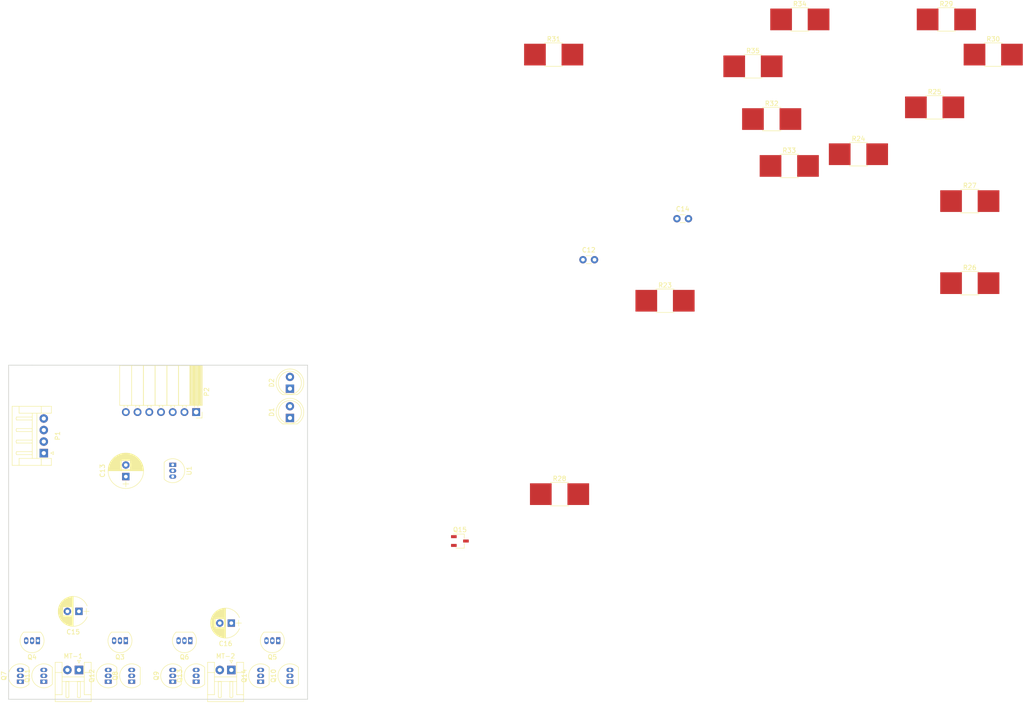
<source format=kicad_pcb>
(kicad_pcb (version 4) (host pcbnew 4.0.7-e2-6376~58~ubuntu16.04.1)

  (general
    (links 57)
    (no_connects 57)
    (area 39.294999 109.144999 104.215001 181.685001)
    (thickness 1.6)
    (drawings 5)
    (tracks 0)
    (zones 0)
    (modules 38)
    (nets 41)
  )

  (page A4)
  (layers
    (0 F.Cu signal)
    (31 B.Cu signal)
    (32 B.Adhes user)
    (33 F.Adhes user)
    (34 B.Paste user)
    (35 F.Paste user)
    (36 B.SilkS user)
    (37 F.SilkS user)
    (38 B.Mask user)
    (39 F.Mask user)
    (40 Dwgs.User user)
    (41 Cmts.User user)
    (42 Eco1.User user)
    (43 Eco2.User user)
    (44 Edge.Cuts user)
    (45 Margin user)
    (46 B.CrtYd user)
    (47 F.CrtYd user)
    (48 B.Fab user)
    (49 F.Fab user)
  )

  (setup
    (last_trace_width 0.5)
    (trace_clearance 0.5)
    (zone_clearance 0.508)
    (zone_45_only no)
    (trace_min 0.2)
    (segment_width 0.2)
    (edge_width 0.15)
    (via_size 1)
    (via_drill 0.4)
    (via_min_size 0.4)
    (via_min_drill 0.3)
    (uvia_size 0.3)
    (uvia_drill 0.1)
    (uvias_allowed no)
    (uvia_min_size 0.2)
    (uvia_min_drill 0.1)
    (pcb_text_width 0.3)
    (pcb_text_size 1.5 1.5)
    (mod_edge_width 0.15)
    (mod_text_size 1 1)
    (mod_text_width 0.15)
    (pad_size 1.524 1.524)
    (pad_drill 0.762)
    (pad_to_mask_clearance 0.2)
    (aux_axis_origin 0 0)
    (visible_elements FFFFFF7F)
    (pcbplotparams
      (layerselection 0x00030_80000001)
      (usegerberextensions false)
      (excludeedgelayer true)
      (linewidth 0.100000)
      (plotframeref false)
      (viasonmask false)
      (mode 1)
      (useauxorigin false)
      (hpglpennumber 1)
      (hpglpenspeed 20)
      (hpglpendiameter 15)
      (hpglpenoverlay 2)
      (psnegative false)
      (psa4output false)
      (plotreference true)
      (plotvalue true)
      (plotinvisibletext false)
      (padsonsilk false)
      (subtractmaskfromsilk false)
      (outputformat 1)
      (mirror false)
      (drillshape 1)
      (scaleselection 1)
      (outputdirectory ""))
  )

  (net 0 "")
  (net 1 +6V)
  (net 2 GND)
  (net 3 "Net-(C13-Pad1)")
  (net 4 "Net-(C15-Pad1)")
  (net 5 "Net-(C15-Pad2)")
  (net 6 "Net-(C16-Pad1)")
  (net 7 "Net-(C16-Pad2)")
  (net 8 "Net-(D1-Pad2)")
  (net 9 "Net-(D2-Pad2)")
  (net 10 +9V)
  (net 11 "Net-(Q3-Pad2)")
  (net 12 "Net-(Q3-Pad3)")
  (net 13 "Net-(Q3-Pad1)")
  (net 14 "Net-(Q4-Pad2)")
  (net 15 "Net-(Q4-Pad3)")
  (net 16 "Net-(Q4-Pad1)")
  (net 17 "Net-(Q5-Pad2)")
  (net 18 "Net-(Q5-Pad3)")
  (net 19 "Net-(Q10-Pad3)")
  (net 20 "Net-(Q6-Pad2)")
  (net 21 "Net-(Q6-Pad3)")
  (net 22 "Net-(Q6-Pad1)")
  (net 23 "Net-(Q11-Pad3)")
  (net 24 "Net-(Q12-Pad3)")
  (net 25 "Net-(Q13-Pad3)")
  (net 26 "Net-(Q14-Pad3)")
  (net 27 "Net-(Q15-Pad1)")
  (net 28 /+5V)
  (net 29 "Net-(MT-1-Pad1)")
  (net 30 "Net-(MT-1-Pad2)")
  (net 31 "Net-(MT-2-Pad1)")
  (net 32 "Net-(MT-2-Pad2)")
  (net 33 "Net-(P1-Pad1)")
  (net 34 "Net-(P1-Pad2)")
  (net 35 "Net-(P1-Pad3)")
  (net 36 "Net-(P1-Pad4)")
  (net 37 /M2A)
  (net 38 /M2B)
  (net 39 /M1A)
  (net 40 /M1B)

  (net_class Default "This is the default net class."
    (clearance 0.5)
    (trace_width 0.5)
    (via_dia 1)
    (via_drill 0.4)
    (uvia_dia 0.3)
    (uvia_drill 0.1)
    (add_net +6V)
    (add_net +9V)
    (add_net /+5V)
    (add_net /M1A)
    (add_net /M1B)
    (add_net /M2A)
    (add_net /M2B)
    (add_net GND)
    (add_net "Net-(C13-Pad1)")
    (add_net "Net-(C15-Pad1)")
    (add_net "Net-(C15-Pad2)")
    (add_net "Net-(C16-Pad1)")
    (add_net "Net-(C16-Pad2)")
    (add_net "Net-(D1-Pad2)")
    (add_net "Net-(D2-Pad2)")
    (add_net "Net-(MT-1-Pad1)")
    (add_net "Net-(MT-1-Pad2)")
    (add_net "Net-(MT-2-Pad1)")
    (add_net "Net-(MT-2-Pad2)")
    (add_net "Net-(P1-Pad1)")
    (add_net "Net-(P1-Pad2)")
    (add_net "Net-(P1-Pad3)")
    (add_net "Net-(P1-Pad4)")
    (add_net "Net-(Q10-Pad3)")
    (add_net "Net-(Q11-Pad3)")
    (add_net "Net-(Q12-Pad3)")
    (add_net "Net-(Q13-Pad3)")
    (add_net "Net-(Q14-Pad3)")
    (add_net "Net-(Q15-Pad1)")
    (add_net "Net-(Q3-Pad1)")
    (add_net "Net-(Q3-Pad2)")
    (add_net "Net-(Q3-Pad3)")
    (add_net "Net-(Q4-Pad1)")
    (add_net "Net-(Q4-Pad2)")
    (add_net "Net-(Q4-Pad3)")
    (add_net "Net-(Q5-Pad2)")
    (add_net "Net-(Q5-Pad3)")
    (add_net "Net-(Q6-Pad1)")
    (add_net "Net-(Q6-Pad2)")
    (add_net "Net-(Q6-Pad3)")
  )

  (module Capacitors_THT:C_Disc_D3.0mm_W1.6mm_P2.50mm (layer F.Cu) (tedit 597BC7C2) (tstamp 59C5D8E2)
    (at 163.83 86.36)
    (descr "C, Disc series, Radial, pin pitch=2.50mm, , diameter*width=3.0*1.6mm^2, Capacitor, http://www.vishay.com/docs/45233/krseries.pdf")
    (tags "C Disc series Radial pin pitch 2.50mm  diameter 3.0mm width 1.6mm Capacitor")
    (path /59C4BA1C)
    (fp_text reference C12 (at 1.25 -2.11) (layer F.SilkS)
      (effects (font (size 1 1) (thickness 0.15)))
    )
    (fp_text value 100nF (at 1.25 2.11) (layer F.Fab)
      (effects (font (size 1 1) (thickness 0.15)))
    )
    (fp_line (start -0.25 -0.8) (end -0.25 0.8) (layer F.Fab) (width 0.1))
    (fp_line (start -0.25 0.8) (end 2.75 0.8) (layer F.Fab) (width 0.1))
    (fp_line (start 2.75 0.8) (end 2.75 -0.8) (layer F.Fab) (width 0.1))
    (fp_line (start 2.75 -0.8) (end -0.25 -0.8) (layer F.Fab) (width 0.1))
    (fp_line (start 0.663 -0.861) (end 1.837 -0.861) (layer F.SilkS) (width 0.12))
    (fp_line (start 0.663 0.861) (end 1.837 0.861) (layer F.SilkS) (width 0.12))
    (fp_line (start -1.05 -1.15) (end -1.05 1.15) (layer F.CrtYd) (width 0.05))
    (fp_line (start -1.05 1.15) (end 3.55 1.15) (layer F.CrtYd) (width 0.05))
    (fp_line (start 3.55 1.15) (end 3.55 -1.15) (layer F.CrtYd) (width 0.05))
    (fp_line (start 3.55 -1.15) (end -1.05 -1.15) (layer F.CrtYd) (width 0.05))
    (fp_text user %R (at 1.25 0) (layer F.Fab)
      (effects (font (size 1 1) (thickness 0.15)))
    )
    (pad 1 thru_hole circle (at 0 0) (size 1.6 1.6) (drill 0.8) (layers *.Cu *.Mask)
      (net 1 +6V))
    (pad 2 thru_hole circle (at 2.5 0) (size 1.6 1.6) (drill 0.8) (layers *.Cu *.Mask)
      (net 2 GND))
    (model ${KISYS3DMOD}/Capacitors_THT.3dshapes/C_Disc_D3.0mm_W1.6mm_P2.50mm.wrl
      (at (xyz 0 0 0))
      (scale (xyz 1 1 1))
      (rotate (xyz 0 0 0))
    )
  )

  (module Capacitors_THT:CP_Radial_D7.5mm_P2.50mm (layer F.Cu) (tedit 597BC7C2) (tstamp 59C5D984)
    (at 64.77 133.35 90)
    (descr "CP, Radial series, Radial, pin pitch=2.50mm, , diameter=7.5mm, Electrolytic Capacitor")
    (tags "CP Radial series Radial pin pitch 2.50mm  diameter 7.5mm Electrolytic Capacitor")
    (path /59C4BB79)
    (fp_text reference C13 (at 1.25 -5.06 90) (layer F.SilkS)
      (effects (font (size 1 1) (thickness 0.15)))
    )
    (fp_text value 220uF (at 1.25 5.06 90) (layer F.Fab)
      (effects (font (size 1 1) (thickness 0.15)))
    )
    (fp_circle (center 1.25 0) (end 5 0) (layer F.Fab) (width 0.1))
    (fp_circle (center 1.25 0) (end 5.09 0) (layer F.SilkS) (width 0.12))
    (fp_line (start -2.2 0) (end -1 0) (layer F.Fab) (width 0.1))
    (fp_line (start -1.6 -0.65) (end -1.6 0.65) (layer F.Fab) (width 0.1))
    (fp_line (start 1.25 -3.8) (end 1.25 3.8) (layer F.SilkS) (width 0.12))
    (fp_line (start 1.29 -3.8) (end 1.29 3.8) (layer F.SilkS) (width 0.12))
    (fp_line (start 1.33 -3.8) (end 1.33 3.8) (layer F.SilkS) (width 0.12))
    (fp_line (start 1.37 -3.799) (end 1.37 3.799) (layer F.SilkS) (width 0.12))
    (fp_line (start 1.41 -3.797) (end 1.41 3.797) (layer F.SilkS) (width 0.12))
    (fp_line (start 1.45 -3.795) (end 1.45 3.795) (layer F.SilkS) (width 0.12))
    (fp_line (start 1.49 -3.793) (end 1.49 3.793) (layer F.SilkS) (width 0.12))
    (fp_line (start 1.53 -3.79) (end 1.53 -0.98) (layer F.SilkS) (width 0.12))
    (fp_line (start 1.53 0.98) (end 1.53 3.79) (layer F.SilkS) (width 0.12))
    (fp_line (start 1.57 -3.787) (end 1.57 -0.98) (layer F.SilkS) (width 0.12))
    (fp_line (start 1.57 0.98) (end 1.57 3.787) (layer F.SilkS) (width 0.12))
    (fp_line (start 1.61 -3.784) (end 1.61 -0.98) (layer F.SilkS) (width 0.12))
    (fp_line (start 1.61 0.98) (end 1.61 3.784) (layer F.SilkS) (width 0.12))
    (fp_line (start 1.65 -3.78) (end 1.65 -0.98) (layer F.SilkS) (width 0.12))
    (fp_line (start 1.65 0.98) (end 1.65 3.78) (layer F.SilkS) (width 0.12))
    (fp_line (start 1.69 -3.775) (end 1.69 -0.98) (layer F.SilkS) (width 0.12))
    (fp_line (start 1.69 0.98) (end 1.69 3.775) (layer F.SilkS) (width 0.12))
    (fp_line (start 1.73 -3.77) (end 1.73 -0.98) (layer F.SilkS) (width 0.12))
    (fp_line (start 1.73 0.98) (end 1.73 3.77) (layer F.SilkS) (width 0.12))
    (fp_line (start 1.77 -3.765) (end 1.77 -0.98) (layer F.SilkS) (width 0.12))
    (fp_line (start 1.77 0.98) (end 1.77 3.765) (layer F.SilkS) (width 0.12))
    (fp_line (start 1.81 -3.759) (end 1.81 -0.98) (layer F.SilkS) (width 0.12))
    (fp_line (start 1.81 0.98) (end 1.81 3.759) (layer F.SilkS) (width 0.12))
    (fp_line (start 1.85 -3.753) (end 1.85 -0.98) (layer F.SilkS) (width 0.12))
    (fp_line (start 1.85 0.98) (end 1.85 3.753) (layer F.SilkS) (width 0.12))
    (fp_line (start 1.89 -3.747) (end 1.89 -0.98) (layer F.SilkS) (width 0.12))
    (fp_line (start 1.89 0.98) (end 1.89 3.747) (layer F.SilkS) (width 0.12))
    (fp_line (start 1.93 -3.74) (end 1.93 -0.98) (layer F.SilkS) (width 0.12))
    (fp_line (start 1.93 0.98) (end 1.93 3.74) (layer F.SilkS) (width 0.12))
    (fp_line (start 1.971 -3.732) (end 1.971 -0.98) (layer F.SilkS) (width 0.12))
    (fp_line (start 1.971 0.98) (end 1.971 3.732) (layer F.SilkS) (width 0.12))
    (fp_line (start 2.011 -3.725) (end 2.011 -0.98) (layer F.SilkS) (width 0.12))
    (fp_line (start 2.011 0.98) (end 2.011 3.725) (layer F.SilkS) (width 0.12))
    (fp_line (start 2.051 -3.716) (end 2.051 -0.98) (layer F.SilkS) (width 0.12))
    (fp_line (start 2.051 0.98) (end 2.051 3.716) (layer F.SilkS) (width 0.12))
    (fp_line (start 2.091 -3.707) (end 2.091 -0.98) (layer F.SilkS) (width 0.12))
    (fp_line (start 2.091 0.98) (end 2.091 3.707) (layer F.SilkS) (width 0.12))
    (fp_line (start 2.131 -3.698) (end 2.131 -0.98) (layer F.SilkS) (width 0.12))
    (fp_line (start 2.131 0.98) (end 2.131 3.698) (layer F.SilkS) (width 0.12))
    (fp_line (start 2.171 -3.689) (end 2.171 -0.98) (layer F.SilkS) (width 0.12))
    (fp_line (start 2.171 0.98) (end 2.171 3.689) (layer F.SilkS) (width 0.12))
    (fp_line (start 2.211 -3.679) (end 2.211 -0.98) (layer F.SilkS) (width 0.12))
    (fp_line (start 2.211 0.98) (end 2.211 3.679) (layer F.SilkS) (width 0.12))
    (fp_line (start 2.251 -3.668) (end 2.251 -0.98) (layer F.SilkS) (width 0.12))
    (fp_line (start 2.251 0.98) (end 2.251 3.668) (layer F.SilkS) (width 0.12))
    (fp_line (start 2.291 -3.657) (end 2.291 -0.98) (layer F.SilkS) (width 0.12))
    (fp_line (start 2.291 0.98) (end 2.291 3.657) (layer F.SilkS) (width 0.12))
    (fp_line (start 2.331 -3.645) (end 2.331 -0.98) (layer F.SilkS) (width 0.12))
    (fp_line (start 2.331 0.98) (end 2.331 3.645) (layer F.SilkS) (width 0.12))
    (fp_line (start 2.371 -3.634) (end 2.371 -0.98) (layer F.SilkS) (width 0.12))
    (fp_line (start 2.371 0.98) (end 2.371 3.634) (layer F.SilkS) (width 0.12))
    (fp_line (start 2.411 -3.621) (end 2.411 -0.98) (layer F.SilkS) (width 0.12))
    (fp_line (start 2.411 0.98) (end 2.411 3.621) (layer F.SilkS) (width 0.12))
    (fp_line (start 2.451 -3.608) (end 2.451 -0.98) (layer F.SilkS) (width 0.12))
    (fp_line (start 2.451 0.98) (end 2.451 3.608) (layer F.SilkS) (width 0.12))
    (fp_line (start 2.491 -3.595) (end 2.491 -0.98) (layer F.SilkS) (width 0.12))
    (fp_line (start 2.491 0.98) (end 2.491 3.595) (layer F.SilkS) (width 0.12))
    (fp_line (start 2.531 -3.581) (end 2.531 -0.98) (layer F.SilkS) (width 0.12))
    (fp_line (start 2.531 0.98) (end 2.531 3.581) (layer F.SilkS) (width 0.12))
    (fp_line (start 2.571 -3.566) (end 2.571 -0.98) (layer F.SilkS) (width 0.12))
    (fp_line (start 2.571 0.98) (end 2.571 3.566) (layer F.SilkS) (width 0.12))
    (fp_line (start 2.611 -3.552) (end 2.611 -0.98) (layer F.SilkS) (width 0.12))
    (fp_line (start 2.611 0.98) (end 2.611 3.552) (layer F.SilkS) (width 0.12))
    (fp_line (start 2.651 -3.536) (end 2.651 -0.98) (layer F.SilkS) (width 0.12))
    (fp_line (start 2.651 0.98) (end 2.651 3.536) (layer F.SilkS) (width 0.12))
    (fp_line (start 2.691 -3.52) (end 2.691 -0.98) (layer F.SilkS) (width 0.12))
    (fp_line (start 2.691 0.98) (end 2.691 3.52) (layer F.SilkS) (width 0.12))
    (fp_line (start 2.731 -3.504) (end 2.731 -0.98) (layer F.SilkS) (width 0.12))
    (fp_line (start 2.731 0.98) (end 2.731 3.504) (layer F.SilkS) (width 0.12))
    (fp_line (start 2.771 -3.487) (end 2.771 -0.98) (layer F.SilkS) (width 0.12))
    (fp_line (start 2.771 0.98) (end 2.771 3.487) (layer F.SilkS) (width 0.12))
    (fp_line (start 2.811 -3.469) (end 2.811 -0.98) (layer F.SilkS) (width 0.12))
    (fp_line (start 2.811 0.98) (end 2.811 3.469) (layer F.SilkS) (width 0.12))
    (fp_line (start 2.851 -3.451) (end 2.851 -0.98) (layer F.SilkS) (width 0.12))
    (fp_line (start 2.851 0.98) (end 2.851 3.451) (layer F.SilkS) (width 0.12))
    (fp_line (start 2.891 -3.433) (end 2.891 -0.98) (layer F.SilkS) (width 0.12))
    (fp_line (start 2.891 0.98) (end 2.891 3.433) (layer F.SilkS) (width 0.12))
    (fp_line (start 2.931 -3.413) (end 2.931 -0.98) (layer F.SilkS) (width 0.12))
    (fp_line (start 2.931 0.98) (end 2.931 3.413) (layer F.SilkS) (width 0.12))
    (fp_line (start 2.971 -3.394) (end 2.971 -0.98) (layer F.SilkS) (width 0.12))
    (fp_line (start 2.971 0.98) (end 2.971 3.394) (layer F.SilkS) (width 0.12))
    (fp_line (start 3.011 -3.373) (end 3.011 -0.98) (layer F.SilkS) (width 0.12))
    (fp_line (start 3.011 0.98) (end 3.011 3.373) (layer F.SilkS) (width 0.12))
    (fp_line (start 3.051 -3.352) (end 3.051 -0.98) (layer F.SilkS) (width 0.12))
    (fp_line (start 3.051 0.98) (end 3.051 3.352) (layer F.SilkS) (width 0.12))
    (fp_line (start 3.091 -3.331) (end 3.091 -0.98) (layer F.SilkS) (width 0.12))
    (fp_line (start 3.091 0.98) (end 3.091 3.331) (layer F.SilkS) (width 0.12))
    (fp_line (start 3.131 -3.309) (end 3.131 -0.98) (layer F.SilkS) (width 0.12))
    (fp_line (start 3.131 0.98) (end 3.131 3.309) (layer F.SilkS) (width 0.12))
    (fp_line (start 3.171 -3.286) (end 3.171 -0.98) (layer F.SilkS) (width 0.12))
    (fp_line (start 3.171 0.98) (end 3.171 3.286) (layer F.SilkS) (width 0.12))
    (fp_line (start 3.211 -3.263) (end 3.211 -0.98) (layer F.SilkS) (width 0.12))
    (fp_line (start 3.211 0.98) (end 3.211 3.263) (layer F.SilkS) (width 0.12))
    (fp_line (start 3.251 -3.239) (end 3.251 -0.98) (layer F.SilkS) (width 0.12))
    (fp_line (start 3.251 0.98) (end 3.251 3.239) (layer F.SilkS) (width 0.12))
    (fp_line (start 3.291 -3.214) (end 3.291 -0.98) (layer F.SilkS) (width 0.12))
    (fp_line (start 3.291 0.98) (end 3.291 3.214) (layer F.SilkS) (width 0.12))
    (fp_line (start 3.331 -3.188) (end 3.331 -0.98) (layer F.SilkS) (width 0.12))
    (fp_line (start 3.331 0.98) (end 3.331 3.188) (layer F.SilkS) (width 0.12))
    (fp_line (start 3.371 -3.162) (end 3.371 -0.98) (layer F.SilkS) (width 0.12))
    (fp_line (start 3.371 0.98) (end 3.371 3.162) (layer F.SilkS) (width 0.12))
    (fp_line (start 3.411 -3.135) (end 3.411 -0.98) (layer F.SilkS) (width 0.12))
    (fp_line (start 3.411 0.98) (end 3.411 3.135) (layer F.SilkS) (width 0.12))
    (fp_line (start 3.451 -3.108) (end 3.451 -0.98) (layer F.SilkS) (width 0.12))
    (fp_line (start 3.451 0.98) (end 3.451 3.108) (layer F.SilkS) (width 0.12))
    (fp_line (start 3.491 -3.079) (end 3.491 3.079) (layer F.SilkS) (width 0.12))
    (fp_line (start 3.531 -3.05) (end 3.531 3.05) (layer F.SilkS) (width 0.12))
    (fp_line (start 3.571 -3.02) (end 3.571 3.02) (layer F.SilkS) (width 0.12))
    (fp_line (start 3.611 -2.99) (end 3.611 2.99) (layer F.SilkS) (width 0.12))
    (fp_line (start 3.651 -2.958) (end 3.651 2.958) (layer F.SilkS) (width 0.12))
    (fp_line (start 3.691 -2.926) (end 3.691 2.926) (layer F.SilkS) (width 0.12))
    (fp_line (start 3.731 -2.892) (end 3.731 2.892) (layer F.SilkS) (width 0.12))
    (fp_line (start 3.771 -2.858) (end 3.771 2.858) (layer F.SilkS) (width 0.12))
    (fp_line (start 3.811 -2.823) (end 3.811 2.823) (layer F.SilkS) (width 0.12))
    (fp_line (start 3.851 -2.786) (end 3.851 2.786) (layer F.SilkS) (width 0.12))
    (fp_line (start 3.891 -2.749) (end 3.891 2.749) (layer F.SilkS) (width 0.12))
    (fp_line (start 3.931 -2.711) (end 3.931 2.711) (layer F.SilkS) (width 0.12))
    (fp_line (start 3.971 -2.671) (end 3.971 2.671) (layer F.SilkS) (width 0.12))
    (fp_line (start 4.011 -2.63) (end 4.011 2.63) (layer F.SilkS) (width 0.12))
    (fp_line (start 4.051 -2.588) (end 4.051 2.588) (layer F.SilkS) (width 0.12))
    (fp_line (start 4.091 -2.545) (end 4.091 2.545) (layer F.SilkS) (width 0.12))
    (fp_line (start 4.131 -2.5) (end 4.131 2.5) (layer F.SilkS) (width 0.12))
    (fp_line (start 4.171 -2.454) (end 4.171 2.454) (layer F.SilkS) (width 0.12))
    (fp_line (start 4.211 -2.407) (end 4.211 2.407) (layer F.SilkS) (width 0.12))
    (fp_line (start 4.251 -2.357) (end 4.251 2.357) (layer F.SilkS) (width 0.12))
    (fp_line (start 4.291 -2.307) (end 4.291 2.307) (layer F.SilkS) (width 0.12))
    (fp_line (start 4.331 -2.254) (end 4.331 2.254) (layer F.SilkS) (width 0.12))
    (fp_line (start 4.371 -2.199) (end 4.371 2.199) (layer F.SilkS) (width 0.12))
    (fp_line (start 4.411 -2.142) (end 4.411 2.142) (layer F.SilkS) (width 0.12))
    (fp_line (start 4.451 -2.083) (end 4.451 2.083) (layer F.SilkS) (width 0.12))
    (fp_line (start 4.491 -2.022) (end 4.491 2.022) (layer F.SilkS) (width 0.12))
    (fp_line (start 4.531 -1.957) (end 4.531 1.957) (layer F.SilkS) (width 0.12))
    (fp_line (start 4.571 -1.89) (end 4.571 1.89) (layer F.SilkS) (width 0.12))
    (fp_line (start 4.611 -1.82) (end 4.611 1.82) (layer F.SilkS) (width 0.12))
    (fp_line (start 4.651 -1.745) (end 4.651 1.745) (layer F.SilkS) (width 0.12))
    (fp_line (start 4.691 -1.667) (end 4.691 1.667) (layer F.SilkS) (width 0.12))
    (fp_line (start 4.731 -1.584) (end 4.731 1.584) (layer F.SilkS) (width 0.12))
    (fp_line (start 4.771 -1.495) (end 4.771 1.495) (layer F.SilkS) (width 0.12))
    (fp_line (start 4.811 -1.4) (end 4.811 1.4) (layer F.SilkS) (width 0.12))
    (fp_line (start 4.851 -1.297) (end 4.851 1.297) (layer F.SilkS) (width 0.12))
    (fp_line (start 4.891 -1.184) (end 4.891 1.184) (layer F.SilkS) (width 0.12))
    (fp_line (start 4.931 -1.057) (end 4.931 1.057) (layer F.SilkS) (width 0.12))
    (fp_line (start 4.971 -0.913) (end 4.971 0.913) (layer F.SilkS) (width 0.12))
    (fp_line (start 5.011 -0.74) (end 5.011 0.74) (layer F.SilkS) (width 0.12))
    (fp_line (start 5.051 -0.513) (end 5.051 0.513) (layer F.SilkS) (width 0.12))
    (fp_line (start -2.2 0) (end -1 0) (layer F.SilkS) (width 0.12))
    (fp_line (start -1.6 -0.65) (end -1.6 0.65) (layer F.SilkS) (width 0.12))
    (fp_line (start -2.85 -4.1) (end -2.85 4.1) (layer F.CrtYd) (width 0.05))
    (fp_line (start -2.85 4.1) (end 5.35 4.1) (layer F.CrtYd) (width 0.05))
    (fp_line (start 5.35 4.1) (end 5.35 -4.1) (layer F.CrtYd) (width 0.05))
    (fp_line (start 5.35 -4.1) (end -2.85 -4.1) (layer F.CrtYd) (width 0.05))
    (fp_text user %R (at 1.25 0 90) (layer F.Fab)
      (effects (font (size 1 1) (thickness 0.15)))
    )
    (pad 1 thru_hole rect (at 0 0 90) (size 1.6 1.6) (drill 0.8) (layers *.Cu *.Mask)
      (net 3 "Net-(C13-Pad1)"))
    (pad 2 thru_hole circle (at 2.5 0 90) (size 1.6 1.6) (drill 0.8) (layers *.Cu *.Mask)
      (net 2 GND))
    (model ${KISYS3DMOD}/Capacitors_THT.3dshapes/CP_Radial_D7.5mm_P2.50mm.wrl
      (at (xyz 0 0 0))
      (scale (xyz 1 1 1))
      (rotate (xyz 0 0 0))
    )
  )

  (module Capacitors_THT:C_Disc_D3.0mm_W1.6mm_P2.50mm (layer F.Cu) (tedit 597BC7C2) (tstamp 59C5D995)
    (at 184.19 77.47)
    (descr "C, Disc series, Radial, pin pitch=2.50mm, , diameter*width=3.0*1.6mm^2, Capacitor, http://www.vishay.com/docs/45233/krseries.pdf")
    (tags "C Disc series Radial pin pitch 2.50mm  diameter 3.0mm width 1.6mm Capacitor")
    (path /59C4BE84)
    (fp_text reference C14 (at 1.25 -2.11) (layer F.SilkS)
      (effects (font (size 1 1) (thickness 0.15)))
    )
    (fp_text value 100nF (at 1.25 2.11) (layer F.Fab)
      (effects (font (size 1 1) (thickness 0.15)))
    )
    (fp_line (start -0.25 -0.8) (end -0.25 0.8) (layer F.Fab) (width 0.1))
    (fp_line (start -0.25 0.8) (end 2.75 0.8) (layer F.Fab) (width 0.1))
    (fp_line (start 2.75 0.8) (end 2.75 -0.8) (layer F.Fab) (width 0.1))
    (fp_line (start 2.75 -0.8) (end -0.25 -0.8) (layer F.Fab) (width 0.1))
    (fp_line (start 0.663 -0.861) (end 1.837 -0.861) (layer F.SilkS) (width 0.12))
    (fp_line (start 0.663 0.861) (end 1.837 0.861) (layer F.SilkS) (width 0.12))
    (fp_line (start -1.05 -1.15) (end -1.05 1.15) (layer F.CrtYd) (width 0.05))
    (fp_line (start -1.05 1.15) (end 3.55 1.15) (layer F.CrtYd) (width 0.05))
    (fp_line (start 3.55 1.15) (end 3.55 -1.15) (layer F.CrtYd) (width 0.05))
    (fp_line (start 3.55 -1.15) (end -1.05 -1.15) (layer F.CrtYd) (width 0.05))
    (fp_text user %R (at 1.25 0) (layer F.Fab)
      (effects (font (size 1 1) (thickness 0.15)))
    )
    (pad 1 thru_hole circle (at 0 0) (size 1.6 1.6) (drill 0.8) (layers *.Cu *.Mask)
      (net 28 /+5V))
    (pad 2 thru_hole circle (at 2.5 0) (size 1.6 1.6) (drill 0.8) (layers *.Cu *.Mask)
      (net 2 GND))
    (model ${KISYS3DMOD}/Capacitors_THT.3dshapes/C_Disc_D3.0mm_W1.6mm_P2.50mm.wrl
      (at (xyz 0 0 0))
      (scale (xyz 1 1 1))
      (rotate (xyz 0 0 0))
    )
  )

  (module Capacitors_THT:CP_Radial_D6.3mm_P2.50mm (layer F.Cu) (tedit 597BC7C2) (tstamp 59C5DA2A)
    (at 54.61 162.56 180)
    (descr "CP, Radial series, Radial, pin pitch=2.50mm, , diameter=6.3mm, Electrolytic Capacitor")
    (tags "CP Radial series Radial pin pitch 2.50mm  diameter 6.3mm Electrolytic Capacitor")
    (path /59C42233)
    (fp_text reference C15 (at 1.25 -4.46 180) (layer F.SilkS)
      (effects (font (size 1 1) (thickness 0.15)))
    )
    (fp_text value 10uF (at 1.25 4.46 180) (layer F.Fab)
      (effects (font (size 1 1) (thickness 0.15)))
    )
    (fp_arc (start 1.25 0) (end -1.767482 -1.18) (angle 137.3) (layer F.SilkS) (width 0.12))
    (fp_arc (start 1.25 0) (end -1.767482 1.18) (angle -137.3) (layer F.SilkS) (width 0.12))
    (fp_arc (start 1.25 0) (end 4.267482 -1.18) (angle 42.7) (layer F.SilkS) (width 0.12))
    (fp_circle (center 1.25 0) (end 4.4 0) (layer F.Fab) (width 0.1))
    (fp_line (start -2.2 0) (end -1 0) (layer F.Fab) (width 0.1))
    (fp_line (start -1.6 -0.65) (end -1.6 0.65) (layer F.Fab) (width 0.1))
    (fp_line (start 1.25 -3.2) (end 1.25 3.2) (layer F.SilkS) (width 0.12))
    (fp_line (start 1.29 -3.2) (end 1.29 3.2) (layer F.SilkS) (width 0.12))
    (fp_line (start 1.33 -3.2) (end 1.33 3.2) (layer F.SilkS) (width 0.12))
    (fp_line (start 1.37 -3.198) (end 1.37 3.198) (layer F.SilkS) (width 0.12))
    (fp_line (start 1.41 -3.197) (end 1.41 3.197) (layer F.SilkS) (width 0.12))
    (fp_line (start 1.45 -3.194) (end 1.45 3.194) (layer F.SilkS) (width 0.12))
    (fp_line (start 1.49 -3.192) (end 1.49 3.192) (layer F.SilkS) (width 0.12))
    (fp_line (start 1.53 -3.188) (end 1.53 -0.98) (layer F.SilkS) (width 0.12))
    (fp_line (start 1.53 0.98) (end 1.53 3.188) (layer F.SilkS) (width 0.12))
    (fp_line (start 1.57 -3.185) (end 1.57 -0.98) (layer F.SilkS) (width 0.12))
    (fp_line (start 1.57 0.98) (end 1.57 3.185) (layer F.SilkS) (width 0.12))
    (fp_line (start 1.61 -3.18) (end 1.61 -0.98) (layer F.SilkS) (width 0.12))
    (fp_line (start 1.61 0.98) (end 1.61 3.18) (layer F.SilkS) (width 0.12))
    (fp_line (start 1.65 -3.176) (end 1.65 -0.98) (layer F.SilkS) (width 0.12))
    (fp_line (start 1.65 0.98) (end 1.65 3.176) (layer F.SilkS) (width 0.12))
    (fp_line (start 1.69 -3.17) (end 1.69 -0.98) (layer F.SilkS) (width 0.12))
    (fp_line (start 1.69 0.98) (end 1.69 3.17) (layer F.SilkS) (width 0.12))
    (fp_line (start 1.73 -3.165) (end 1.73 -0.98) (layer F.SilkS) (width 0.12))
    (fp_line (start 1.73 0.98) (end 1.73 3.165) (layer F.SilkS) (width 0.12))
    (fp_line (start 1.77 -3.158) (end 1.77 -0.98) (layer F.SilkS) (width 0.12))
    (fp_line (start 1.77 0.98) (end 1.77 3.158) (layer F.SilkS) (width 0.12))
    (fp_line (start 1.81 -3.152) (end 1.81 -0.98) (layer F.SilkS) (width 0.12))
    (fp_line (start 1.81 0.98) (end 1.81 3.152) (layer F.SilkS) (width 0.12))
    (fp_line (start 1.85 -3.144) (end 1.85 -0.98) (layer F.SilkS) (width 0.12))
    (fp_line (start 1.85 0.98) (end 1.85 3.144) (layer F.SilkS) (width 0.12))
    (fp_line (start 1.89 -3.137) (end 1.89 -0.98) (layer F.SilkS) (width 0.12))
    (fp_line (start 1.89 0.98) (end 1.89 3.137) (layer F.SilkS) (width 0.12))
    (fp_line (start 1.93 -3.128) (end 1.93 -0.98) (layer F.SilkS) (width 0.12))
    (fp_line (start 1.93 0.98) (end 1.93 3.128) (layer F.SilkS) (width 0.12))
    (fp_line (start 1.971 -3.119) (end 1.971 -0.98) (layer F.SilkS) (width 0.12))
    (fp_line (start 1.971 0.98) (end 1.971 3.119) (layer F.SilkS) (width 0.12))
    (fp_line (start 2.011 -3.11) (end 2.011 -0.98) (layer F.SilkS) (width 0.12))
    (fp_line (start 2.011 0.98) (end 2.011 3.11) (layer F.SilkS) (width 0.12))
    (fp_line (start 2.051 -3.1) (end 2.051 -0.98) (layer F.SilkS) (width 0.12))
    (fp_line (start 2.051 0.98) (end 2.051 3.1) (layer F.SilkS) (width 0.12))
    (fp_line (start 2.091 -3.09) (end 2.091 -0.98) (layer F.SilkS) (width 0.12))
    (fp_line (start 2.091 0.98) (end 2.091 3.09) (layer F.SilkS) (width 0.12))
    (fp_line (start 2.131 -3.079) (end 2.131 -0.98) (layer F.SilkS) (width 0.12))
    (fp_line (start 2.131 0.98) (end 2.131 3.079) (layer F.SilkS) (width 0.12))
    (fp_line (start 2.171 -3.067) (end 2.171 -0.98) (layer F.SilkS) (width 0.12))
    (fp_line (start 2.171 0.98) (end 2.171 3.067) (layer F.SilkS) (width 0.12))
    (fp_line (start 2.211 -3.055) (end 2.211 -0.98) (layer F.SilkS) (width 0.12))
    (fp_line (start 2.211 0.98) (end 2.211 3.055) (layer F.SilkS) (width 0.12))
    (fp_line (start 2.251 -3.042) (end 2.251 -0.98) (layer F.SilkS) (width 0.12))
    (fp_line (start 2.251 0.98) (end 2.251 3.042) (layer F.SilkS) (width 0.12))
    (fp_line (start 2.291 -3.029) (end 2.291 -0.98) (layer F.SilkS) (width 0.12))
    (fp_line (start 2.291 0.98) (end 2.291 3.029) (layer F.SilkS) (width 0.12))
    (fp_line (start 2.331 -3.015) (end 2.331 -0.98) (layer F.SilkS) (width 0.12))
    (fp_line (start 2.331 0.98) (end 2.331 3.015) (layer F.SilkS) (width 0.12))
    (fp_line (start 2.371 -3.001) (end 2.371 -0.98) (layer F.SilkS) (width 0.12))
    (fp_line (start 2.371 0.98) (end 2.371 3.001) (layer F.SilkS) (width 0.12))
    (fp_line (start 2.411 -2.986) (end 2.411 -0.98) (layer F.SilkS) (width 0.12))
    (fp_line (start 2.411 0.98) (end 2.411 2.986) (layer F.SilkS) (width 0.12))
    (fp_line (start 2.451 -2.97) (end 2.451 -0.98) (layer F.SilkS) (width 0.12))
    (fp_line (start 2.451 0.98) (end 2.451 2.97) (layer F.SilkS) (width 0.12))
    (fp_line (start 2.491 -2.954) (end 2.491 -0.98) (layer F.SilkS) (width 0.12))
    (fp_line (start 2.491 0.98) (end 2.491 2.954) (layer F.SilkS) (width 0.12))
    (fp_line (start 2.531 -2.937) (end 2.531 -0.98) (layer F.SilkS) (width 0.12))
    (fp_line (start 2.531 0.98) (end 2.531 2.937) (layer F.SilkS) (width 0.12))
    (fp_line (start 2.571 -2.919) (end 2.571 -0.98) (layer F.SilkS) (width 0.12))
    (fp_line (start 2.571 0.98) (end 2.571 2.919) (layer F.SilkS) (width 0.12))
    (fp_line (start 2.611 -2.901) (end 2.611 -0.98) (layer F.SilkS) (width 0.12))
    (fp_line (start 2.611 0.98) (end 2.611 2.901) (layer F.SilkS) (width 0.12))
    (fp_line (start 2.651 -2.882) (end 2.651 -0.98) (layer F.SilkS) (width 0.12))
    (fp_line (start 2.651 0.98) (end 2.651 2.882) (layer F.SilkS) (width 0.12))
    (fp_line (start 2.691 -2.863) (end 2.691 -0.98) (layer F.SilkS) (width 0.12))
    (fp_line (start 2.691 0.98) (end 2.691 2.863) (layer F.SilkS) (width 0.12))
    (fp_line (start 2.731 -2.843) (end 2.731 -0.98) (layer F.SilkS) (width 0.12))
    (fp_line (start 2.731 0.98) (end 2.731 2.843) (layer F.SilkS) (width 0.12))
    (fp_line (start 2.771 -2.822) (end 2.771 -0.98) (layer F.SilkS) (width 0.12))
    (fp_line (start 2.771 0.98) (end 2.771 2.822) (layer F.SilkS) (width 0.12))
    (fp_line (start 2.811 -2.8) (end 2.811 -0.98) (layer F.SilkS) (width 0.12))
    (fp_line (start 2.811 0.98) (end 2.811 2.8) (layer F.SilkS) (width 0.12))
    (fp_line (start 2.851 -2.778) (end 2.851 -0.98) (layer F.SilkS) (width 0.12))
    (fp_line (start 2.851 0.98) (end 2.851 2.778) (layer F.SilkS) (width 0.12))
    (fp_line (start 2.891 -2.755) (end 2.891 -0.98) (layer F.SilkS) (width 0.12))
    (fp_line (start 2.891 0.98) (end 2.891 2.755) (layer F.SilkS) (width 0.12))
    (fp_line (start 2.931 -2.731) (end 2.931 -0.98) (layer F.SilkS) (width 0.12))
    (fp_line (start 2.931 0.98) (end 2.931 2.731) (layer F.SilkS) (width 0.12))
    (fp_line (start 2.971 -2.706) (end 2.971 -0.98) (layer F.SilkS) (width 0.12))
    (fp_line (start 2.971 0.98) (end 2.971 2.706) (layer F.SilkS) (width 0.12))
    (fp_line (start 3.011 -2.681) (end 3.011 -0.98) (layer F.SilkS) (width 0.12))
    (fp_line (start 3.011 0.98) (end 3.011 2.681) (layer F.SilkS) (width 0.12))
    (fp_line (start 3.051 -2.654) (end 3.051 -0.98) (layer F.SilkS) (width 0.12))
    (fp_line (start 3.051 0.98) (end 3.051 2.654) (layer F.SilkS) (width 0.12))
    (fp_line (start 3.091 -2.627) (end 3.091 -0.98) (layer F.SilkS) (width 0.12))
    (fp_line (start 3.091 0.98) (end 3.091 2.627) (layer F.SilkS) (width 0.12))
    (fp_line (start 3.131 -2.599) (end 3.131 -0.98) (layer F.SilkS) (width 0.12))
    (fp_line (start 3.131 0.98) (end 3.131 2.599) (layer F.SilkS) (width 0.12))
    (fp_line (start 3.171 -2.57) (end 3.171 -0.98) (layer F.SilkS) (width 0.12))
    (fp_line (start 3.171 0.98) (end 3.171 2.57) (layer F.SilkS) (width 0.12))
    (fp_line (start 3.211 -2.54) (end 3.211 -0.98) (layer F.SilkS) (width 0.12))
    (fp_line (start 3.211 0.98) (end 3.211 2.54) (layer F.SilkS) (width 0.12))
    (fp_line (start 3.251 -2.51) (end 3.251 -0.98) (layer F.SilkS) (width 0.12))
    (fp_line (start 3.251 0.98) (end 3.251 2.51) (layer F.SilkS) (width 0.12))
    (fp_line (start 3.291 -2.478) (end 3.291 -0.98) (layer F.SilkS) (width 0.12))
    (fp_line (start 3.291 0.98) (end 3.291 2.478) (layer F.SilkS) (width 0.12))
    (fp_line (start 3.331 -2.445) (end 3.331 -0.98) (layer F.SilkS) (width 0.12))
    (fp_line (start 3.331 0.98) (end 3.331 2.445) (layer F.SilkS) (width 0.12))
    (fp_line (start 3.371 -2.411) (end 3.371 -0.98) (layer F.SilkS) (width 0.12))
    (fp_line (start 3.371 0.98) (end 3.371 2.411) (layer F.SilkS) (width 0.12))
    (fp_line (start 3.411 -2.375) (end 3.411 -0.98) (layer F.SilkS) (width 0.12))
    (fp_line (start 3.411 0.98) (end 3.411 2.375) (layer F.SilkS) (width 0.12))
    (fp_line (start 3.451 -2.339) (end 3.451 -0.98) (layer F.SilkS) (width 0.12))
    (fp_line (start 3.451 0.98) (end 3.451 2.339) (layer F.SilkS) (width 0.12))
    (fp_line (start 3.491 -2.301) (end 3.491 2.301) (layer F.SilkS) (width 0.12))
    (fp_line (start 3.531 -2.262) (end 3.531 2.262) (layer F.SilkS) (width 0.12))
    (fp_line (start 3.571 -2.222) (end 3.571 2.222) (layer F.SilkS) (width 0.12))
    (fp_line (start 3.611 -2.18) (end 3.611 2.18) (layer F.SilkS) (width 0.12))
    (fp_line (start 3.651 -2.137) (end 3.651 2.137) (layer F.SilkS) (width 0.12))
    (fp_line (start 3.691 -2.092) (end 3.691 2.092) (layer F.SilkS) (width 0.12))
    (fp_line (start 3.731 -2.045) (end 3.731 2.045) (layer F.SilkS) (width 0.12))
    (fp_line (start 3.771 -1.997) (end 3.771 1.997) (layer F.SilkS) (width 0.12))
    (fp_line (start 3.811 -1.946) (end 3.811 1.946) (layer F.SilkS) (width 0.12))
    (fp_line (start 3.851 -1.894) (end 3.851 1.894) (layer F.SilkS) (width 0.12))
    (fp_line (start 3.891 -1.839) (end 3.891 1.839) (layer F.SilkS) (width 0.12))
    (fp_line (start 3.931 -1.781) (end 3.931 1.781) (layer F.SilkS) (width 0.12))
    (fp_line (start 3.971 -1.721) (end 3.971 1.721) (layer F.SilkS) (width 0.12))
    (fp_line (start 4.011 -1.658) (end 4.011 1.658) (layer F.SilkS) (width 0.12))
    (fp_line (start 4.051 -1.591) (end 4.051 1.591) (layer F.SilkS) (width 0.12))
    (fp_line (start 4.091 -1.52) (end 4.091 1.52) (layer F.SilkS) (width 0.12))
    (fp_line (start 4.131 -1.445) (end 4.131 1.445) (layer F.SilkS) (width 0.12))
    (fp_line (start 4.171 -1.364) (end 4.171 1.364) (layer F.SilkS) (width 0.12))
    (fp_line (start 4.211 -1.278) (end 4.211 1.278) (layer F.SilkS) (width 0.12))
    (fp_line (start 4.251 -1.184) (end 4.251 1.184) (layer F.SilkS) (width 0.12))
    (fp_line (start 4.291 -1.081) (end 4.291 1.081) (layer F.SilkS) (width 0.12))
    (fp_line (start 4.331 -0.966) (end 4.331 0.966) (layer F.SilkS) (width 0.12))
    (fp_line (start 4.371 -0.834) (end 4.371 0.834) (layer F.SilkS) (width 0.12))
    (fp_line (start 4.411 -0.676) (end 4.411 0.676) (layer F.SilkS) (width 0.12))
    (fp_line (start 4.451 -0.468) (end 4.451 0.468) (layer F.SilkS) (width 0.12))
    (fp_line (start -2.2 0) (end -1 0) (layer F.SilkS) (width 0.12))
    (fp_line (start -1.6 -0.65) (end -1.6 0.65) (layer F.SilkS) (width 0.12))
    (fp_line (start -2.25 -3.5) (end -2.25 3.5) (layer F.CrtYd) (width 0.05))
    (fp_line (start -2.25 3.5) (end 4.75 3.5) (layer F.CrtYd) (width 0.05))
    (fp_line (start 4.75 3.5) (end 4.75 -3.5) (layer F.CrtYd) (width 0.05))
    (fp_line (start 4.75 -3.5) (end -2.25 -3.5) (layer F.CrtYd) (width 0.05))
    (fp_text user %R (at 1.25 0 180) (layer F.Fab)
      (effects (font (size 1 1) (thickness 0.15)))
    )
    (pad 1 thru_hole rect (at 0 0 180) (size 1.6 1.6) (drill 0.8) (layers *.Cu *.Mask)
      (net 4 "Net-(C15-Pad1)"))
    (pad 2 thru_hole circle (at 2.5 0 180) (size 1.6 1.6) (drill 0.8) (layers *.Cu *.Mask)
      (net 5 "Net-(C15-Pad2)"))
    (model ${KISYS3DMOD}/Capacitors_THT.3dshapes/CP_Radial_D6.3mm_P2.50mm.wrl
      (at (xyz 0 0 0))
      (scale (xyz 1 1 1))
      (rotate (xyz 0 0 0))
    )
  )

  (module Capacitors_THT:CP_Radial_D6.3mm_P2.50mm (layer F.Cu) (tedit 597BC7C2) (tstamp 59C5DABF)
    (at 87.63 165.1 180)
    (descr "CP, Radial series, Radial, pin pitch=2.50mm, , diameter=6.3mm, Electrolytic Capacitor")
    (tags "CP Radial series Radial pin pitch 2.50mm  diameter 6.3mm Electrolytic Capacitor")
    (path /59C3DC31)
    (fp_text reference C16 (at 1.25 -4.46 180) (layer F.SilkS)
      (effects (font (size 1 1) (thickness 0.15)))
    )
    (fp_text value 10uF (at 1.25 4.46 180) (layer F.Fab)
      (effects (font (size 1 1) (thickness 0.15)))
    )
    (fp_arc (start 1.25 0) (end -1.767482 -1.18) (angle 137.3) (layer F.SilkS) (width 0.12))
    (fp_arc (start 1.25 0) (end -1.767482 1.18) (angle -137.3) (layer F.SilkS) (width 0.12))
    (fp_arc (start 1.25 0) (end 4.267482 -1.18) (angle 42.7) (layer F.SilkS) (width 0.12))
    (fp_circle (center 1.25 0) (end 4.4 0) (layer F.Fab) (width 0.1))
    (fp_line (start -2.2 0) (end -1 0) (layer F.Fab) (width 0.1))
    (fp_line (start -1.6 -0.65) (end -1.6 0.65) (layer F.Fab) (width 0.1))
    (fp_line (start 1.25 -3.2) (end 1.25 3.2) (layer F.SilkS) (width 0.12))
    (fp_line (start 1.29 -3.2) (end 1.29 3.2) (layer F.SilkS) (width 0.12))
    (fp_line (start 1.33 -3.2) (end 1.33 3.2) (layer F.SilkS) (width 0.12))
    (fp_line (start 1.37 -3.198) (end 1.37 3.198) (layer F.SilkS) (width 0.12))
    (fp_line (start 1.41 -3.197) (end 1.41 3.197) (layer F.SilkS) (width 0.12))
    (fp_line (start 1.45 -3.194) (end 1.45 3.194) (layer F.SilkS) (width 0.12))
    (fp_line (start 1.49 -3.192) (end 1.49 3.192) (layer F.SilkS) (width 0.12))
    (fp_line (start 1.53 -3.188) (end 1.53 -0.98) (layer F.SilkS) (width 0.12))
    (fp_line (start 1.53 0.98) (end 1.53 3.188) (layer F.SilkS) (width 0.12))
    (fp_line (start 1.57 -3.185) (end 1.57 -0.98) (layer F.SilkS) (width 0.12))
    (fp_line (start 1.57 0.98) (end 1.57 3.185) (layer F.SilkS) (width 0.12))
    (fp_line (start 1.61 -3.18) (end 1.61 -0.98) (layer F.SilkS) (width 0.12))
    (fp_line (start 1.61 0.98) (end 1.61 3.18) (layer F.SilkS) (width 0.12))
    (fp_line (start 1.65 -3.176) (end 1.65 -0.98) (layer F.SilkS) (width 0.12))
    (fp_line (start 1.65 0.98) (end 1.65 3.176) (layer F.SilkS) (width 0.12))
    (fp_line (start 1.69 -3.17) (end 1.69 -0.98) (layer F.SilkS) (width 0.12))
    (fp_line (start 1.69 0.98) (end 1.69 3.17) (layer F.SilkS) (width 0.12))
    (fp_line (start 1.73 -3.165) (end 1.73 -0.98) (layer F.SilkS) (width 0.12))
    (fp_line (start 1.73 0.98) (end 1.73 3.165) (layer F.SilkS) (width 0.12))
    (fp_line (start 1.77 -3.158) (end 1.77 -0.98) (layer F.SilkS) (width 0.12))
    (fp_line (start 1.77 0.98) (end 1.77 3.158) (layer F.SilkS) (width 0.12))
    (fp_line (start 1.81 -3.152) (end 1.81 -0.98) (layer F.SilkS) (width 0.12))
    (fp_line (start 1.81 0.98) (end 1.81 3.152) (layer F.SilkS) (width 0.12))
    (fp_line (start 1.85 -3.144) (end 1.85 -0.98) (layer F.SilkS) (width 0.12))
    (fp_line (start 1.85 0.98) (end 1.85 3.144) (layer F.SilkS) (width 0.12))
    (fp_line (start 1.89 -3.137) (end 1.89 -0.98) (layer F.SilkS) (width 0.12))
    (fp_line (start 1.89 0.98) (end 1.89 3.137) (layer F.SilkS) (width 0.12))
    (fp_line (start 1.93 -3.128) (end 1.93 -0.98) (layer F.SilkS) (width 0.12))
    (fp_line (start 1.93 0.98) (end 1.93 3.128) (layer F.SilkS) (width 0.12))
    (fp_line (start 1.971 -3.119) (end 1.971 -0.98) (layer F.SilkS) (width 0.12))
    (fp_line (start 1.971 0.98) (end 1.971 3.119) (layer F.SilkS) (width 0.12))
    (fp_line (start 2.011 -3.11) (end 2.011 -0.98) (layer F.SilkS) (width 0.12))
    (fp_line (start 2.011 0.98) (end 2.011 3.11) (layer F.SilkS) (width 0.12))
    (fp_line (start 2.051 -3.1) (end 2.051 -0.98) (layer F.SilkS) (width 0.12))
    (fp_line (start 2.051 0.98) (end 2.051 3.1) (layer F.SilkS) (width 0.12))
    (fp_line (start 2.091 -3.09) (end 2.091 -0.98) (layer F.SilkS) (width 0.12))
    (fp_line (start 2.091 0.98) (end 2.091 3.09) (layer F.SilkS) (width 0.12))
    (fp_line (start 2.131 -3.079) (end 2.131 -0.98) (layer F.SilkS) (width 0.12))
    (fp_line (start 2.131 0.98) (end 2.131 3.079) (layer F.SilkS) (width 0.12))
    (fp_line (start 2.171 -3.067) (end 2.171 -0.98) (layer F.SilkS) (width 0.12))
    (fp_line (start 2.171 0.98) (end 2.171 3.067) (layer F.SilkS) (width 0.12))
    (fp_line (start 2.211 -3.055) (end 2.211 -0.98) (layer F.SilkS) (width 0.12))
    (fp_line (start 2.211 0.98) (end 2.211 3.055) (layer F.SilkS) (width 0.12))
    (fp_line (start 2.251 -3.042) (end 2.251 -0.98) (layer F.SilkS) (width 0.12))
    (fp_line (start 2.251 0.98) (end 2.251 3.042) (layer F.SilkS) (width 0.12))
    (fp_line (start 2.291 -3.029) (end 2.291 -0.98) (layer F.SilkS) (width 0.12))
    (fp_line (start 2.291 0.98) (end 2.291 3.029) (layer F.SilkS) (width 0.12))
    (fp_line (start 2.331 -3.015) (end 2.331 -0.98) (layer F.SilkS) (width 0.12))
    (fp_line (start 2.331 0.98) (end 2.331 3.015) (layer F.SilkS) (width 0.12))
    (fp_line (start 2.371 -3.001) (end 2.371 -0.98) (layer F.SilkS) (width 0.12))
    (fp_line (start 2.371 0.98) (end 2.371 3.001) (layer F.SilkS) (width 0.12))
    (fp_line (start 2.411 -2.986) (end 2.411 -0.98) (layer F.SilkS) (width 0.12))
    (fp_line (start 2.411 0.98) (end 2.411 2.986) (layer F.SilkS) (width 0.12))
    (fp_line (start 2.451 -2.97) (end 2.451 -0.98) (layer F.SilkS) (width 0.12))
    (fp_line (start 2.451 0.98) (end 2.451 2.97) (layer F.SilkS) (width 0.12))
    (fp_line (start 2.491 -2.954) (end 2.491 -0.98) (layer F.SilkS) (width 0.12))
    (fp_line (start 2.491 0.98) (end 2.491 2.954) (layer F.SilkS) (width 0.12))
    (fp_line (start 2.531 -2.937) (end 2.531 -0.98) (layer F.SilkS) (width 0.12))
    (fp_line (start 2.531 0.98) (end 2.531 2.937) (layer F.SilkS) (width 0.12))
    (fp_line (start 2.571 -2.919) (end 2.571 -0.98) (layer F.SilkS) (width 0.12))
    (fp_line (start 2.571 0.98) (end 2.571 2.919) (layer F.SilkS) (width 0.12))
    (fp_line (start 2.611 -2.901) (end 2.611 -0.98) (layer F.SilkS) (width 0.12))
    (fp_line (start 2.611 0.98) (end 2.611 2.901) (layer F.SilkS) (width 0.12))
    (fp_line (start 2.651 -2.882) (end 2.651 -0.98) (layer F.SilkS) (width 0.12))
    (fp_line (start 2.651 0.98) (end 2.651 2.882) (layer F.SilkS) (width 0.12))
    (fp_line (start 2.691 -2.863) (end 2.691 -0.98) (layer F.SilkS) (width 0.12))
    (fp_line (start 2.691 0.98) (end 2.691 2.863) (layer F.SilkS) (width 0.12))
    (fp_line (start 2.731 -2.843) (end 2.731 -0.98) (layer F.SilkS) (width 0.12))
    (fp_line (start 2.731 0.98) (end 2.731 2.843) (layer F.SilkS) (width 0.12))
    (fp_line (start 2.771 -2.822) (end 2.771 -0.98) (layer F.SilkS) (width 0.12))
    (fp_line (start 2.771 0.98) (end 2.771 2.822) (layer F.SilkS) (width 0.12))
    (fp_line (start 2.811 -2.8) (end 2.811 -0.98) (layer F.SilkS) (width 0.12))
    (fp_line (start 2.811 0.98) (end 2.811 2.8) (layer F.SilkS) (width 0.12))
    (fp_line (start 2.851 -2.778) (end 2.851 -0.98) (layer F.SilkS) (width 0.12))
    (fp_line (start 2.851 0.98) (end 2.851 2.778) (layer F.SilkS) (width 0.12))
    (fp_line (start 2.891 -2.755) (end 2.891 -0.98) (layer F.SilkS) (width 0.12))
    (fp_line (start 2.891 0.98) (end 2.891 2.755) (layer F.SilkS) (width 0.12))
    (fp_line (start 2.931 -2.731) (end 2.931 -0.98) (layer F.SilkS) (width 0.12))
    (fp_line (start 2.931 0.98) (end 2.931 2.731) (layer F.SilkS) (width 0.12))
    (fp_line (start 2.971 -2.706) (end 2.971 -0.98) (layer F.SilkS) (width 0.12))
    (fp_line (start 2.971 0.98) (end 2.971 2.706) (layer F.SilkS) (width 0.12))
    (fp_line (start 3.011 -2.681) (end 3.011 -0.98) (layer F.SilkS) (width 0.12))
    (fp_line (start 3.011 0.98) (end 3.011 2.681) (layer F.SilkS) (width 0.12))
    (fp_line (start 3.051 -2.654) (end 3.051 -0.98) (layer F.SilkS) (width 0.12))
    (fp_line (start 3.051 0.98) (end 3.051 2.654) (layer F.SilkS) (width 0.12))
    (fp_line (start 3.091 -2.627) (end 3.091 -0.98) (layer F.SilkS) (width 0.12))
    (fp_line (start 3.091 0.98) (end 3.091 2.627) (layer F.SilkS) (width 0.12))
    (fp_line (start 3.131 -2.599) (end 3.131 -0.98) (layer F.SilkS) (width 0.12))
    (fp_line (start 3.131 0.98) (end 3.131 2.599) (layer F.SilkS) (width 0.12))
    (fp_line (start 3.171 -2.57) (end 3.171 -0.98) (layer F.SilkS) (width 0.12))
    (fp_line (start 3.171 0.98) (end 3.171 2.57) (layer F.SilkS) (width 0.12))
    (fp_line (start 3.211 -2.54) (end 3.211 -0.98) (layer F.SilkS) (width 0.12))
    (fp_line (start 3.211 0.98) (end 3.211 2.54) (layer F.SilkS) (width 0.12))
    (fp_line (start 3.251 -2.51) (end 3.251 -0.98) (layer F.SilkS) (width 0.12))
    (fp_line (start 3.251 0.98) (end 3.251 2.51) (layer F.SilkS) (width 0.12))
    (fp_line (start 3.291 -2.478) (end 3.291 -0.98) (layer F.SilkS) (width 0.12))
    (fp_line (start 3.291 0.98) (end 3.291 2.478) (layer F.SilkS) (width 0.12))
    (fp_line (start 3.331 -2.445) (end 3.331 -0.98) (layer F.SilkS) (width 0.12))
    (fp_line (start 3.331 0.98) (end 3.331 2.445) (layer F.SilkS) (width 0.12))
    (fp_line (start 3.371 -2.411) (end 3.371 -0.98) (layer F.SilkS) (width 0.12))
    (fp_line (start 3.371 0.98) (end 3.371 2.411) (layer F.SilkS) (width 0.12))
    (fp_line (start 3.411 -2.375) (end 3.411 -0.98) (layer F.SilkS) (width 0.12))
    (fp_line (start 3.411 0.98) (end 3.411 2.375) (layer F.SilkS) (width 0.12))
    (fp_line (start 3.451 -2.339) (end 3.451 -0.98) (layer F.SilkS) (width 0.12))
    (fp_line (start 3.451 0.98) (end 3.451 2.339) (layer F.SilkS) (width 0.12))
    (fp_line (start 3.491 -2.301) (end 3.491 2.301) (layer F.SilkS) (width 0.12))
    (fp_line (start 3.531 -2.262) (end 3.531 2.262) (layer F.SilkS) (width 0.12))
    (fp_line (start 3.571 -2.222) (end 3.571 2.222) (layer F.SilkS) (width 0.12))
    (fp_line (start 3.611 -2.18) (end 3.611 2.18) (layer F.SilkS) (width 0.12))
    (fp_line (start 3.651 -2.137) (end 3.651 2.137) (layer F.SilkS) (width 0.12))
    (fp_line (start 3.691 -2.092) (end 3.691 2.092) (layer F.SilkS) (width 0.12))
    (fp_line (start 3.731 -2.045) (end 3.731 2.045) (layer F.SilkS) (width 0.12))
    (fp_line (start 3.771 -1.997) (end 3.771 1.997) (layer F.SilkS) (width 0.12))
    (fp_line (start 3.811 -1.946) (end 3.811 1.946) (layer F.SilkS) (width 0.12))
    (fp_line (start 3.851 -1.894) (end 3.851 1.894) (layer F.SilkS) (width 0.12))
    (fp_line (start 3.891 -1.839) (end 3.891 1.839) (layer F.SilkS) (width 0.12))
    (fp_line (start 3.931 -1.781) (end 3.931 1.781) (layer F.SilkS) (width 0.12))
    (fp_line (start 3.971 -1.721) (end 3.971 1.721) (layer F.SilkS) (width 0.12))
    (fp_line (start 4.011 -1.658) (end 4.011 1.658) (layer F.SilkS) (width 0.12))
    (fp_line (start 4.051 -1.591) (end 4.051 1.591) (layer F.SilkS) (width 0.12))
    (fp_line (start 4.091 -1.52) (end 4.091 1.52) (layer F.SilkS) (width 0.12))
    (fp_line (start 4.131 -1.445) (end 4.131 1.445) (layer F.SilkS) (width 0.12))
    (fp_line (start 4.171 -1.364) (end 4.171 1.364) (layer F.SilkS) (width 0.12))
    (fp_line (start 4.211 -1.278) (end 4.211 1.278) (layer F.SilkS) (width 0.12))
    (fp_line (start 4.251 -1.184) (end 4.251 1.184) (layer F.SilkS) (width 0.12))
    (fp_line (start 4.291 -1.081) (end 4.291 1.081) (layer F.SilkS) (width 0.12))
    (fp_line (start 4.331 -0.966) (end 4.331 0.966) (layer F.SilkS) (width 0.12))
    (fp_line (start 4.371 -0.834) (end 4.371 0.834) (layer F.SilkS) (width 0.12))
    (fp_line (start 4.411 -0.676) (end 4.411 0.676) (layer F.SilkS) (width 0.12))
    (fp_line (start 4.451 -0.468) (end 4.451 0.468) (layer F.SilkS) (width 0.12))
    (fp_line (start -2.2 0) (end -1 0) (layer F.SilkS) (width 0.12))
    (fp_line (start -1.6 -0.65) (end -1.6 0.65) (layer F.SilkS) (width 0.12))
    (fp_line (start -2.25 -3.5) (end -2.25 3.5) (layer F.CrtYd) (width 0.05))
    (fp_line (start -2.25 3.5) (end 4.75 3.5) (layer F.CrtYd) (width 0.05))
    (fp_line (start 4.75 3.5) (end 4.75 -3.5) (layer F.CrtYd) (width 0.05))
    (fp_line (start 4.75 -3.5) (end -2.25 -3.5) (layer F.CrtYd) (width 0.05))
    (fp_text user %R (at 1.25 0 180) (layer F.Fab)
      (effects (font (size 1 1) (thickness 0.15)))
    )
    (pad 1 thru_hole rect (at 0 0 180) (size 1.6 1.6) (drill 0.8) (layers *.Cu *.Mask)
      (net 6 "Net-(C16-Pad1)"))
    (pad 2 thru_hole circle (at 2.5 0 180) (size 1.6 1.6) (drill 0.8) (layers *.Cu *.Mask)
      (net 7 "Net-(C16-Pad2)"))
    (model ${KISYS3DMOD}/Capacitors_THT.3dshapes/CP_Radial_D6.3mm_P2.50mm.wrl
      (at (xyz 0 0 0))
      (scale (xyz 1 1 1))
      (rotate (xyz 0 0 0))
    )
  )

  (module LEDs:LED_D5.0mm (layer F.Cu) (tedit 5995936A) (tstamp 59C5DAD1)
    (at 100.33 120.65 90)
    (descr "LED, diameter 5.0mm, 2 pins, http://cdn-reichelt.de/documents/datenblatt/A500/LL-504BC2E-009.pdf")
    (tags "LED diameter 5.0mm 2 pins")
    (path /59C4D9B8)
    (fp_text reference D1 (at 1.27 -3.96 90) (layer F.SilkS)
      (effects (font (size 1 1) (thickness 0.15)))
    )
    (fp_text value Red (at 1.27 3.96 90) (layer F.Fab)
      (effects (font (size 1 1) (thickness 0.15)))
    )
    (fp_arc (start 1.27 0) (end -1.23 -1.469694) (angle 299.1) (layer F.Fab) (width 0.1))
    (fp_arc (start 1.27 0) (end -1.29 -1.54483) (angle 148.9) (layer F.SilkS) (width 0.12))
    (fp_arc (start 1.27 0) (end -1.29 1.54483) (angle -148.9) (layer F.SilkS) (width 0.12))
    (fp_circle (center 1.27 0) (end 3.77 0) (layer F.Fab) (width 0.1))
    (fp_circle (center 1.27 0) (end 3.77 0) (layer F.SilkS) (width 0.12))
    (fp_line (start -1.23 -1.469694) (end -1.23 1.469694) (layer F.Fab) (width 0.1))
    (fp_line (start -1.29 -1.545) (end -1.29 1.545) (layer F.SilkS) (width 0.12))
    (fp_line (start -1.95 -3.25) (end -1.95 3.25) (layer F.CrtYd) (width 0.05))
    (fp_line (start -1.95 3.25) (end 4.5 3.25) (layer F.CrtYd) (width 0.05))
    (fp_line (start 4.5 3.25) (end 4.5 -3.25) (layer F.CrtYd) (width 0.05))
    (fp_line (start 4.5 -3.25) (end -1.95 -3.25) (layer F.CrtYd) (width 0.05))
    (fp_text user %R (at 1.25 0 90) (layer F.Fab)
      (effects (font (size 0.8 0.8) (thickness 0.2)))
    )
    (pad 1 thru_hole rect (at 0 0 90) (size 1.8 1.8) (drill 0.9) (layers *.Cu *.Mask)
      (net 2 GND))
    (pad 2 thru_hole circle (at 2.54 0 90) (size 1.8 1.8) (drill 0.9) (layers *.Cu *.Mask)
      (net 8 "Net-(D1-Pad2)"))
    (model ${KISYS3DMOD}/LEDs.3dshapes/LED_D5.0mm.wrl
      (at (xyz 0 0 0))
      (scale (xyz 0.393701 0.393701 0.393701))
      (rotate (xyz 0 0 0))
    )
  )

  (module LEDs:LED_D5.0mm (layer F.Cu) (tedit 5995936A) (tstamp 59C5DAE3)
    (at 100.33 114.3 90)
    (descr "LED, diameter 5.0mm, 2 pins, http://cdn-reichelt.de/documents/datenblatt/A500/LL-504BC2E-009.pdf")
    (tags "LED diameter 5.0mm 2 pins")
    (path /59C4D949)
    (fp_text reference D2 (at 1.27 -3.96 90) (layer F.SilkS)
      (effects (font (size 1 1) (thickness 0.15)))
    )
    (fp_text value Green (at 1.27 3.96 90) (layer F.Fab)
      (effects (font (size 1 1) (thickness 0.15)))
    )
    (fp_arc (start 1.27 0) (end -1.23 -1.469694) (angle 299.1) (layer F.Fab) (width 0.1))
    (fp_arc (start 1.27 0) (end -1.29 -1.54483) (angle 148.9) (layer F.SilkS) (width 0.12))
    (fp_arc (start 1.27 0) (end -1.29 1.54483) (angle -148.9) (layer F.SilkS) (width 0.12))
    (fp_circle (center 1.27 0) (end 3.77 0) (layer F.Fab) (width 0.1))
    (fp_circle (center 1.27 0) (end 3.77 0) (layer F.SilkS) (width 0.12))
    (fp_line (start -1.23 -1.469694) (end -1.23 1.469694) (layer F.Fab) (width 0.1))
    (fp_line (start -1.29 -1.545) (end -1.29 1.545) (layer F.SilkS) (width 0.12))
    (fp_line (start -1.95 -3.25) (end -1.95 3.25) (layer F.CrtYd) (width 0.05))
    (fp_line (start -1.95 3.25) (end 4.5 3.25) (layer F.CrtYd) (width 0.05))
    (fp_line (start 4.5 3.25) (end 4.5 -3.25) (layer F.CrtYd) (width 0.05))
    (fp_line (start 4.5 -3.25) (end -1.95 -3.25) (layer F.CrtYd) (width 0.05))
    (fp_text user %R (at 1.25 0 90) (layer F.Fab)
      (effects (font (size 0.8 0.8) (thickness 0.2)))
    )
    (pad 1 thru_hole rect (at 0 0 90) (size 1.8 1.8) (drill 0.9) (layers *.Cu *.Mask)
      (net 2 GND))
    (pad 2 thru_hole circle (at 2.54 0 90) (size 1.8 1.8) (drill 0.9) (layers *.Cu *.Mask)
      (net 9 "Net-(D2-Pad2)"))
    (model ${KISYS3DMOD}/LEDs.3dshapes/LED_D5.0mm.wrl
      (at (xyz 0 0 0))
      (scale (xyz 0.393701 0.393701 0.393701))
      (rotate (xyz 0 0 0))
    )
  )

  (module Connectors_JST:JST_EH_S02B-EH_02x2.50mm_Angled (layer F.Cu) (tedit 58A3B0B9) (tstamp 59C5DB13)
    (at 54.61 175.26 180)
    (descr "JST EH series connector, S02B-EH, 2.50mm pitch, side entry")
    (tags "connector jst eh side horizontal angled")
    (path /59C42247)
    (fp_text reference MT-1 (at 1.25 3 180) (layer F.SilkS)
      (effects (font (size 1 1) (thickness 0.15)))
    )
    (fp_text value JSTx2 (at 1.25 -8 180) (layer F.Fab)
      (effects (font (size 1 1) (thickness 0.15)))
    )
    (fp_text user %R (at 1.25 -2 180) (layer F.Fab)
      (effects (font (size 1 1) (thickness 0.15)))
    )
    (fp_line (start -2.5 -6.7) (end -2.5 1.5) (layer F.Fab) (width 0.1))
    (fp_line (start -2.5 1.5) (end 5 1.5) (layer F.Fab) (width 0.1))
    (fp_line (start 5 1.5) (end 5 -6.7) (layer F.Fab) (width 0.1))
    (fp_line (start 5 -6.7) (end -2.5 -6.7) (layer F.Fab) (width 0.1))
    (fp_line (start -1.15 -0.55) (end -1.15 1.65) (layer F.SilkS) (width 0.12))
    (fp_line (start -1.15 1.65) (end -2.65 1.65) (layer F.SilkS) (width 0.12))
    (fp_line (start -2.65 1.65) (end -2.65 -6.85) (layer F.SilkS) (width 0.12))
    (fp_line (start -2.65 -6.85) (end 5.15 -6.85) (layer F.SilkS) (width 0.12))
    (fp_line (start 5.15 -6.85) (end 5.15 1.65) (layer F.SilkS) (width 0.12))
    (fp_line (start 5.15 1.65) (end 3.65 1.65) (layer F.SilkS) (width 0.12))
    (fp_line (start 3.65 1.65) (end 3.65 -0.55) (layer F.SilkS) (width 0.12))
    (fp_line (start -2.65 -5.35) (end -1.15 -5.35) (layer F.SilkS) (width 0.12))
    (fp_line (start -1.15 -5.35) (end -1.15 -0.55) (layer F.SilkS) (width 0.12))
    (fp_line (start -1.15 -0.55) (end -2.65 -0.55) (layer F.SilkS) (width 0.12))
    (fp_line (start 5.15 -5.35) (end 3.65 -5.35) (layer F.SilkS) (width 0.12))
    (fp_line (start 3.65 -5.35) (end 3.65 -0.55) (layer F.SilkS) (width 0.12))
    (fp_line (start 3.65 -0.55) (end 5.15 -0.55) (layer F.SilkS) (width 0.12))
    (fp_line (start -1.15 -2.5) (end 3.65 -2.5) (layer F.SilkS) (width 0.12))
    (fp_line (start -1.15 -1.5) (end 3.65 -1.5) (layer F.SilkS) (width 0.12))
    (fp_line (start 0 -2.5) (end -0.32 -2.5) (layer F.SilkS) (width 0.12))
    (fp_line (start -0.32 -2.5) (end -0.32 -5.92) (layer F.SilkS) (width 0.12))
    (fp_line (start -0.32 -5.92) (end 0 -6) (layer F.SilkS) (width 0.12))
    (fp_line (start 0 -6) (end 0.32 -5.92) (layer F.SilkS) (width 0.12))
    (fp_line (start 0.32 -5.92) (end 0.32 -2.5) (layer F.SilkS) (width 0.12))
    (fp_line (start 0.32 -2.5) (end 0 -2.5) (layer F.SilkS) (width 0.12))
    (fp_line (start 2.5 -2.5) (end 2.18 -2.5) (layer F.SilkS) (width 0.12))
    (fp_line (start 2.18 -2.5) (end 2.18 -5.92) (layer F.SilkS) (width 0.12))
    (fp_line (start 2.18 -5.92) (end 2.5 -6) (layer F.SilkS) (width 0.12))
    (fp_line (start 2.5 -6) (end 2.82 -5.92) (layer F.SilkS) (width 0.12))
    (fp_line (start 2.82 -5.92) (end 2.82 -2.5) (layer F.SilkS) (width 0.12))
    (fp_line (start 2.82 -2.5) (end 2.5 -2.5) (layer F.SilkS) (width 0.12))
    (fp_line (start 0 1.5) (end -0.3 2.1) (layer F.SilkS) (width 0.12))
    (fp_line (start -0.3 2.1) (end 0.3 2.1) (layer F.SilkS) (width 0.12))
    (fp_line (start 0.3 2.1) (end 0 1.5) (layer F.SilkS) (width 0.12))
    (fp_line (start 0 1.5) (end -0.3 2.1) (layer F.Fab) (width 0.1))
    (fp_line (start -0.3 2.1) (end 0.3 2.1) (layer F.Fab) (width 0.1))
    (fp_line (start 0.3 2.1) (end 0 1.5) (layer F.Fab) (width 0.1))
    (fp_line (start -3.15 -7.35) (end -3.15 2.15) (layer F.CrtYd) (width 0.05))
    (fp_line (start -3.15 2.15) (end 5.65 2.15) (layer F.CrtYd) (width 0.05))
    (fp_line (start 5.65 2.15) (end 5.65 -7.35) (layer F.CrtYd) (width 0.05))
    (fp_line (start 5.65 -7.35) (end -3.15 -7.35) (layer F.CrtYd) (width 0.05))
    (pad 1 thru_hole rect (at 0 0 180) (size 1.85 1.85) (drill 0.9) (layers *.Cu *.Mask)
      (net 29 "Net-(MT-1-Pad1)"))
    (pad 2 thru_hole circle (at 2.5 0 180) (size 1.85 1.85) (drill 0.9) (layers *.Cu *.Mask)
      (net 30 "Net-(MT-1-Pad2)"))
    (model Connectors_JST.3dshapes/JST_EH_S02B-EH_02x2.50mm_Angled.wrl
      (at (xyz 0 0 0))
      (scale (xyz 1 1 1))
      (rotate (xyz 0 0 0))
    )
  )

  (module Connectors_JST:JST_EH_S02B-EH_02x2.50mm_Angled (layer F.Cu) (tedit 58A3B0B9) (tstamp 59C5DB43)
    (at 87.63 175.26 180)
    (descr "JST EH series connector, S02B-EH, 2.50mm pitch, side entry")
    (tags "connector jst eh side horizontal angled")
    (path /59C3E41F)
    (fp_text reference MT-2 (at 1.25 3 180) (layer F.SilkS)
      (effects (font (size 1 1) (thickness 0.15)))
    )
    (fp_text value JSTx2 (at 1.25 -8 180) (layer F.Fab)
      (effects (font (size 1 1) (thickness 0.15)))
    )
    (fp_text user %R (at 1.25 -2 180) (layer F.Fab)
      (effects (font (size 1 1) (thickness 0.15)))
    )
    (fp_line (start -2.5 -6.7) (end -2.5 1.5) (layer F.Fab) (width 0.1))
    (fp_line (start -2.5 1.5) (end 5 1.5) (layer F.Fab) (width 0.1))
    (fp_line (start 5 1.5) (end 5 -6.7) (layer F.Fab) (width 0.1))
    (fp_line (start 5 -6.7) (end -2.5 -6.7) (layer F.Fab) (width 0.1))
    (fp_line (start -1.15 -0.55) (end -1.15 1.65) (layer F.SilkS) (width 0.12))
    (fp_line (start -1.15 1.65) (end -2.65 1.65) (layer F.SilkS) (width 0.12))
    (fp_line (start -2.65 1.65) (end -2.65 -6.85) (layer F.SilkS) (width 0.12))
    (fp_line (start -2.65 -6.85) (end 5.15 -6.85) (layer F.SilkS) (width 0.12))
    (fp_line (start 5.15 -6.85) (end 5.15 1.65) (layer F.SilkS) (width 0.12))
    (fp_line (start 5.15 1.65) (end 3.65 1.65) (layer F.SilkS) (width 0.12))
    (fp_line (start 3.65 1.65) (end 3.65 -0.55) (layer F.SilkS) (width 0.12))
    (fp_line (start -2.65 -5.35) (end -1.15 -5.35) (layer F.SilkS) (width 0.12))
    (fp_line (start -1.15 -5.35) (end -1.15 -0.55) (layer F.SilkS) (width 0.12))
    (fp_line (start -1.15 -0.55) (end -2.65 -0.55) (layer F.SilkS) (width 0.12))
    (fp_line (start 5.15 -5.35) (end 3.65 -5.35) (layer F.SilkS) (width 0.12))
    (fp_line (start 3.65 -5.35) (end 3.65 -0.55) (layer F.SilkS) (width 0.12))
    (fp_line (start 3.65 -0.55) (end 5.15 -0.55) (layer F.SilkS) (width 0.12))
    (fp_line (start -1.15 -2.5) (end 3.65 -2.5) (layer F.SilkS) (width 0.12))
    (fp_line (start -1.15 -1.5) (end 3.65 -1.5) (layer F.SilkS) (width 0.12))
    (fp_line (start 0 -2.5) (end -0.32 -2.5) (layer F.SilkS) (width 0.12))
    (fp_line (start -0.32 -2.5) (end -0.32 -5.92) (layer F.SilkS) (width 0.12))
    (fp_line (start -0.32 -5.92) (end 0 -6) (layer F.SilkS) (width 0.12))
    (fp_line (start 0 -6) (end 0.32 -5.92) (layer F.SilkS) (width 0.12))
    (fp_line (start 0.32 -5.92) (end 0.32 -2.5) (layer F.SilkS) (width 0.12))
    (fp_line (start 0.32 -2.5) (end 0 -2.5) (layer F.SilkS) (width 0.12))
    (fp_line (start 2.5 -2.5) (end 2.18 -2.5) (layer F.SilkS) (width 0.12))
    (fp_line (start 2.18 -2.5) (end 2.18 -5.92) (layer F.SilkS) (width 0.12))
    (fp_line (start 2.18 -5.92) (end 2.5 -6) (layer F.SilkS) (width 0.12))
    (fp_line (start 2.5 -6) (end 2.82 -5.92) (layer F.SilkS) (width 0.12))
    (fp_line (start 2.82 -5.92) (end 2.82 -2.5) (layer F.SilkS) (width 0.12))
    (fp_line (start 2.82 -2.5) (end 2.5 -2.5) (layer F.SilkS) (width 0.12))
    (fp_line (start 0 1.5) (end -0.3 2.1) (layer F.SilkS) (width 0.12))
    (fp_line (start -0.3 2.1) (end 0.3 2.1) (layer F.SilkS) (width 0.12))
    (fp_line (start 0.3 2.1) (end 0 1.5) (layer F.SilkS) (width 0.12))
    (fp_line (start 0 1.5) (end -0.3 2.1) (layer F.Fab) (width 0.1))
    (fp_line (start -0.3 2.1) (end 0.3 2.1) (layer F.Fab) (width 0.1))
    (fp_line (start 0.3 2.1) (end 0 1.5) (layer F.Fab) (width 0.1))
    (fp_line (start -3.15 -7.35) (end -3.15 2.15) (layer F.CrtYd) (width 0.05))
    (fp_line (start -3.15 2.15) (end 5.65 2.15) (layer F.CrtYd) (width 0.05))
    (fp_line (start 5.65 2.15) (end 5.65 -7.35) (layer F.CrtYd) (width 0.05))
    (fp_line (start 5.65 -7.35) (end -3.15 -7.35) (layer F.CrtYd) (width 0.05))
    (pad 1 thru_hole rect (at 0 0 180) (size 1.85 1.85) (drill 0.9) (layers *.Cu *.Mask)
      (net 31 "Net-(MT-2-Pad1)"))
    (pad 2 thru_hole circle (at 2.5 0 180) (size 1.85 1.85) (drill 0.9) (layers *.Cu *.Mask)
      (net 32 "Net-(MT-2-Pad2)"))
    (model Connectors_JST.3dshapes/JST_EH_S02B-EH_02x2.50mm_Angled.wrl
      (at (xyz 0 0 0))
      (scale (xyz 1 1 1))
      (rotate (xyz 0 0 0))
    )
  )

  (module Connectors_JST:JST_EH_S04B-EH_04x2.50mm_Angled (layer F.Cu) (tedit 58A3B0B9) (tstamp 59C5DB81)
    (at 46.99 128.27 90)
    (descr "JST EH series connector, S04B-EH, 2.50mm pitch, side entry")
    (tags "connector jst eh side horizontal angled")
    (path /59C4ED55)
    (fp_text reference P1 (at 3.75 3 90) (layer F.SilkS)
      (effects (font (size 1 1) (thickness 0.15)))
    )
    (fp_text value Power (at 3.75 -8 90) (layer F.Fab)
      (effects (font (size 1 1) (thickness 0.15)))
    )
    (fp_text user %R (at 3.75 -2 90) (layer F.Fab)
      (effects (font (size 1 1) (thickness 0.15)))
    )
    (fp_line (start -2.5 -6.7) (end -2.5 1.5) (layer F.Fab) (width 0.1))
    (fp_line (start -2.5 1.5) (end 10 1.5) (layer F.Fab) (width 0.1))
    (fp_line (start 10 1.5) (end 10 -6.7) (layer F.Fab) (width 0.1))
    (fp_line (start 10 -6.7) (end -2.5 -6.7) (layer F.Fab) (width 0.1))
    (fp_line (start -1.15 -0.55) (end -1.15 1.65) (layer F.SilkS) (width 0.12))
    (fp_line (start -1.15 1.65) (end -2.65 1.65) (layer F.SilkS) (width 0.12))
    (fp_line (start -2.65 1.65) (end -2.65 -6.85) (layer F.SilkS) (width 0.12))
    (fp_line (start -2.65 -6.85) (end 10.15 -6.85) (layer F.SilkS) (width 0.12))
    (fp_line (start 10.15 -6.85) (end 10.15 1.65) (layer F.SilkS) (width 0.12))
    (fp_line (start 10.15 1.65) (end 8.65 1.65) (layer F.SilkS) (width 0.12))
    (fp_line (start 8.65 1.65) (end 8.65 -0.55) (layer F.SilkS) (width 0.12))
    (fp_line (start -2.65 -5.35) (end -1.15 -5.35) (layer F.SilkS) (width 0.12))
    (fp_line (start -1.15 -5.35) (end -1.15 -0.55) (layer F.SilkS) (width 0.12))
    (fp_line (start -1.15 -0.55) (end -2.65 -0.55) (layer F.SilkS) (width 0.12))
    (fp_line (start 10.15 -5.35) (end 8.65 -5.35) (layer F.SilkS) (width 0.12))
    (fp_line (start 8.65 -5.35) (end 8.65 -0.55) (layer F.SilkS) (width 0.12))
    (fp_line (start 8.65 -0.55) (end 10.15 -0.55) (layer F.SilkS) (width 0.12))
    (fp_line (start -1.15 -2.5) (end 8.65 -2.5) (layer F.SilkS) (width 0.12))
    (fp_line (start -1.15 -1.5) (end 8.65 -1.5) (layer F.SilkS) (width 0.12))
    (fp_line (start 0 -2.5) (end -0.32 -2.5) (layer F.SilkS) (width 0.12))
    (fp_line (start -0.32 -2.5) (end -0.32 -5.92) (layer F.SilkS) (width 0.12))
    (fp_line (start -0.32 -5.92) (end 0 -6) (layer F.SilkS) (width 0.12))
    (fp_line (start 0 -6) (end 0.32 -5.92) (layer F.SilkS) (width 0.12))
    (fp_line (start 0.32 -5.92) (end 0.32 -2.5) (layer F.SilkS) (width 0.12))
    (fp_line (start 0.32 -2.5) (end 0 -2.5) (layer F.SilkS) (width 0.12))
    (fp_line (start 2.5 -2.5) (end 2.18 -2.5) (layer F.SilkS) (width 0.12))
    (fp_line (start 2.18 -2.5) (end 2.18 -5.92) (layer F.SilkS) (width 0.12))
    (fp_line (start 2.18 -5.92) (end 2.5 -6) (layer F.SilkS) (width 0.12))
    (fp_line (start 2.5 -6) (end 2.82 -5.92) (layer F.SilkS) (width 0.12))
    (fp_line (start 2.82 -5.92) (end 2.82 -2.5) (layer F.SilkS) (width 0.12))
    (fp_line (start 2.82 -2.5) (end 2.5 -2.5) (layer F.SilkS) (width 0.12))
    (fp_line (start 5 -2.5) (end 4.68 -2.5) (layer F.SilkS) (width 0.12))
    (fp_line (start 4.68 -2.5) (end 4.68 -5.92) (layer F.SilkS) (width 0.12))
    (fp_line (start 4.68 -5.92) (end 5 -6) (layer F.SilkS) (width 0.12))
    (fp_line (start 5 -6) (end 5.32 -5.92) (layer F.SilkS) (width 0.12))
    (fp_line (start 5.32 -5.92) (end 5.32 -2.5) (layer F.SilkS) (width 0.12))
    (fp_line (start 5.32 -2.5) (end 5 -2.5) (layer F.SilkS) (width 0.12))
    (fp_line (start 7.5 -2.5) (end 7.18 -2.5) (layer F.SilkS) (width 0.12))
    (fp_line (start 7.18 -2.5) (end 7.18 -5.92) (layer F.SilkS) (width 0.12))
    (fp_line (start 7.18 -5.92) (end 7.5 -6) (layer F.SilkS) (width 0.12))
    (fp_line (start 7.5 -6) (end 7.82 -5.92) (layer F.SilkS) (width 0.12))
    (fp_line (start 7.82 -5.92) (end 7.82 -2.5) (layer F.SilkS) (width 0.12))
    (fp_line (start 7.82 -2.5) (end 7.5 -2.5) (layer F.SilkS) (width 0.12))
    (fp_line (start 0 1.5) (end -0.3 2.1) (layer F.SilkS) (width 0.12))
    (fp_line (start -0.3 2.1) (end 0.3 2.1) (layer F.SilkS) (width 0.12))
    (fp_line (start 0.3 2.1) (end 0 1.5) (layer F.SilkS) (width 0.12))
    (fp_line (start 0 1.5) (end -0.3 2.1) (layer F.Fab) (width 0.1))
    (fp_line (start -0.3 2.1) (end 0.3 2.1) (layer F.Fab) (width 0.1))
    (fp_line (start 0.3 2.1) (end 0 1.5) (layer F.Fab) (width 0.1))
    (fp_line (start -3.15 -7.35) (end -3.15 2.15) (layer F.CrtYd) (width 0.05))
    (fp_line (start -3.15 2.15) (end 10.65 2.15) (layer F.CrtYd) (width 0.05))
    (fp_line (start 10.65 2.15) (end 10.65 -7.35) (layer F.CrtYd) (width 0.05))
    (fp_line (start 10.65 -7.35) (end -3.15 -7.35) (layer F.CrtYd) (width 0.05))
    (pad 1 thru_hole rect (at 0 0 90) (size 1.85 1.85) (drill 0.9) (layers *.Cu *.Mask)
      (net 33 "Net-(P1-Pad1)"))
    (pad 2 thru_hole circle (at 2.5 0 90) (size 1.85 1.85) (drill 0.9) (layers *.Cu *.Mask)
      (net 34 "Net-(P1-Pad2)"))
    (pad 3 thru_hole circle (at 5 0 90) (size 1.85 1.85) (drill 0.9) (layers *.Cu *.Mask)
      (net 35 "Net-(P1-Pad3)"))
    (pad 4 thru_hole circle (at 7.5 0 90) (size 1.85 1.85) (drill 0.9) (layers *.Cu *.Mask)
      (net 36 "Net-(P1-Pad4)"))
    (model Connectors_JST.3dshapes/JST_EH_S04B-EH_04x2.50mm_Angled.wrl
      (at (xyz 0 0 0))
      (scale (xyz 1 1 1))
      (rotate (xyz 0 0 0))
    )
  )

  (module Socket_Strips:Socket_Strip_Angled_1x07_Pitch2.54mm (layer F.Cu) (tedit 58CD5446) (tstamp 59C5DC0B)
    (at 80.01 119.38 270)
    (descr "Through hole angled socket strip, 1x07, 2.54mm pitch, 8.51mm socket length, single row")
    (tags "Through hole angled socket strip THT 1x07 2.54mm single row")
    (path /59C4EBE1)
    (fp_text reference P2 (at -4.38 -2.27 270) (layer F.SilkS)
      (effects (font (size 1 1) (thickness 0.15)))
    )
    (fp_text value Connect (at -4.38 17.51 270) (layer F.Fab)
      (effects (font (size 1 1) (thickness 0.15)))
    )
    (fp_line (start -1.52 -1.27) (end -1.52 1.27) (layer F.Fab) (width 0.1))
    (fp_line (start -1.52 1.27) (end -10.03 1.27) (layer F.Fab) (width 0.1))
    (fp_line (start -10.03 1.27) (end -10.03 -1.27) (layer F.Fab) (width 0.1))
    (fp_line (start -10.03 -1.27) (end -1.52 -1.27) (layer F.Fab) (width 0.1))
    (fp_line (start 0 -0.32) (end 0 0.32) (layer F.Fab) (width 0.1))
    (fp_line (start 0 0.32) (end -1.52 0.32) (layer F.Fab) (width 0.1))
    (fp_line (start -1.52 0.32) (end -1.52 -0.32) (layer F.Fab) (width 0.1))
    (fp_line (start -1.52 -0.32) (end 0 -0.32) (layer F.Fab) (width 0.1))
    (fp_line (start -1.52 1.27) (end -1.52 3.81) (layer F.Fab) (width 0.1))
    (fp_line (start -1.52 3.81) (end -10.03 3.81) (layer F.Fab) (width 0.1))
    (fp_line (start -10.03 3.81) (end -10.03 1.27) (layer F.Fab) (width 0.1))
    (fp_line (start -10.03 1.27) (end -1.52 1.27) (layer F.Fab) (width 0.1))
    (fp_line (start 0 2.22) (end 0 2.86) (layer F.Fab) (width 0.1))
    (fp_line (start 0 2.86) (end -1.52 2.86) (layer F.Fab) (width 0.1))
    (fp_line (start -1.52 2.86) (end -1.52 2.22) (layer F.Fab) (width 0.1))
    (fp_line (start -1.52 2.22) (end 0 2.22) (layer F.Fab) (width 0.1))
    (fp_line (start -1.52 3.81) (end -1.52 6.35) (layer F.Fab) (width 0.1))
    (fp_line (start -1.52 6.35) (end -10.03 6.35) (layer F.Fab) (width 0.1))
    (fp_line (start -10.03 6.35) (end -10.03 3.81) (layer F.Fab) (width 0.1))
    (fp_line (start -10.03 3.81) (end -1.52 3.81) (layer F.Fab) (width 0.1))
    (fp_line (start 0 4.76) (end 0 5.4) (layer F.Fab) (width 0.1))
    (fp_line (start 0 5.4) (end -1.52 5.4) (layer F.Fab) (width 0.1))
    (fp_line (start -1.52 5.4) (end -1.52 4.76) (layer F.Fab) (width 0.1))
    (fp_line (start -1.52 4.76) (end 0 4.76) (layer F.Fab) (width 0.1))
    (fp_line (start -1.52 6.35) (end -1.52 8.89) (layer F.Fab) (width 0.1))
    (fp_line (start -1.52 8.89) (end -10.03 8.89) (layer F.Fab) (width 0.1))
    (fp_line (start -10.03 8.89) (end -10.03 6.35) (layer F.Fab) (width 0.1))
    (fp_line (start -10.03 6.35) (end -1.52 6.35) (layer F.Fab) (width 0.1))
    (fp_line (start 0 7.3) (end 0 7.94) (layer F.Fab) (width 0.1))
    (fp_line (start 0 7.94) (end -1.52 7.94) (layer F.Fab) (width 0.1))
    (fp_line (start -1.52 7.94) (end -1.52 7.3) (layer F.Fab) (width 0.1))
    (fp_line (start -1.52 7.3) (end 0 7.3) (layer F.Fab) (width 0.1))
    (fp_line (start -1.52 8.89) (end -1.52 11.43) (layer F.Fab) (width 0.1))
    (fp_line (start -1.52 11.43) (end -10.03 11.43) (layer F.Fab) (width 0.1))
    (fp_line (start -10.03 11.43) (end -10.03 8.89) (layer F.Fab) (width 0.1))
    (fp_line (start -10.03 8.89) (end -1.52 8.89) (layer F.Fab) (width 0.1))
    (fp_line (start 0 9.84) (end 0 10.48) (layer F.Fab) (width 0.1))
    (fp_line (start 0 10.48) (end -1.52 10.48) (layer F.Fab) (width 0.1))
    (fp_line (start -1.52 10.48) (end -1.52 9.84) (layer F.Fab) (width 0.1))
    (fp_line (start -1.52 9.84) (end 0 9.84) (layer F.Fab) (width 0.1))
    (fp_line (start -1.52 11.43) (end -1.52 13.97) (layer F.Fab) (width 0.1))
    (fp_line (start -1.52 13.97) (end -10.03 13.97) (layer F.Fab) (width 0.1))
    (fp_line (start -10.03 13.97) (end -10.03 11.43) (layer F.Fab) (width 0.1))
    (fp_line (start -10.03 11.43) (end -1.52 11.43) (layer F.Fab) (width 0.1))
    (fp_line (start 0 12.38) (end 0 13.02) (layer F.Fab) (width 0.1))
    (fp_line (start 0 13.02) (end -1.52 13.02) (layer F.Fab) (width 0.1))
    (fp_line (start -1.52 13.02) (end -1.52 12.38) (layer F.Fab) (width 0.1))
    (fp_line (start -1.52 12.38) (end 0 12.38) (layer F.Fab) (width 0.1))
    (fp_line (start -1.52 13.97) (end -1.52 16.51) (layer F.Fab) (width 0.1))
    (fp_line (start -1.52 16.51) (end -10.03 16.51) (layer F.Fab) (width 0.1))
    (fp_line (start -10.03 16.51) (end -10.03 13.97) (layer F.Fab) (width 0.1))
    (fp_line (start -10.03 13.97) (end -1.52 13.97) (layer F.Fab) (width 0.1))
    (fp_line (start 0 14.92) (end 0 15.56) (layer F.Fab) (width 0.1))
    (fp_line (start 0 15.56) (end -1.52 15.56) (layer F.Fab) (width 0.1))
    (fp_line (start -1.52 15.56) (end -1.52 14.92) (layer F.Fab) (width 0.1))
    (fp_line (start -1.52 14.92) (end 0 14.92) (layer F.Fab) (width 0.1))
    (fp_line (start -1.46 -1.33) (end -1.46 1.27) (layer F.SilkS) (width 0.12))
    (fp_line (start -1.46 1.27) (end -10.09 1.27) (layer F.SilkS) (width 0.12))
    (fp_line (start -10.09 1.27) (end -10.09 -1.33) (layer F.SilkS) (width 0.12))
    (fp_line (start -10.09 -1.33) (end -1.46 -1.33) (layer F.SilkS) (width 0.12))
    (fp_line (start -1.03 -0.38) (end -1.46 -0.38) (layer F.SilkS) (width 0.12))
    (fp_line (start -1.03 0.38) (end -1.46 0.38) (layer F.SilkS) (width 0.12))
    (fp_line (start -1.46 -1.15) (end -10.09 -1.15) (layer F.SilkS) (width 0.12))
    (fp_line (start -1.46 -1.03) (end -10.09 -1.03) (layer F.SilkS) (width 0.12))
    (fp_line (start -1.46 -0.91) (end -10.09 -0.91) (layer F.SilkS) (width 0.12))
    (fp_line (start -1.46 -0.79) (end -10.09 -0.79) (layer F.SilkS) (width 0.12))
    (fp_line (start -1.46 -0.67) (end -10.09 -0.67) (layer F.SilkS) (width 0.12))
    (fp_line (start -1.46 -0.55) (end -10.09 -0.55) (layer F.SilkS) (width 0.12))
    (fp_line (start -1.46 -0.43) (end -10.09 -0.43) (layer F.SilkS) (width 0.12))
    (fp_line (start -1.46 -0.31) (end -10.09 -0.31) (layer F.SilkS) (width 0.12))
    (fp_line (start -1.46 -0.19) (end -10.09 -0.19) (layer F.SilkS) (width 0.12))
    (fp_line (start -1.46 -0.07) (end -10.09 -0.07) (layer F.SilkS) (width 0.12))
    (fp_line (start -1.46 0.05) (end -10.09 0.05) (layer F.SilkS) (width 0.12))
    (fp_line (start -1.46 0.17) (end -10.09 0.17) (layer F.SilkS) (width 0.12))
    (fp_line (start -1.46 0.29) (end -10.09 0.29) (layer F.SilkS) (width 0.12))
    (fp_line (start -1.46 0.41) (end -10.09 0.41) (layer F.SilkS) (width 0.12))
    (fp_line (start -1.46 0.53) (end -10.09 0.53) (layer F.SilkS) (width 0.12))
    (fp_line (start -1.46 0.65) (end -10.09 0.65) (layer F.SilkS) (width 0.12))
    (fp_line (start -1.46 0.77) (end -10.09 0.77) (layer F.SilkS) (width 0.12))
    (fp_line (start -1.46 0.89) (end -10.09 0.89) (layer F.SilkS) (width 0.12))
    (fp_line (start -1.46 1.01) (end -10.09 1.01) (layer F.SilkS) (width 0.12))
    (fp_line (start -1.46 1.13) (end -10.09 1.13) (layer F.SilkS) (width 0.12))
    (fp_line (start -1.46 1.25) (end -10.09 1.25) (layer F.SilkS) (width 0.12))
    (fp_line (start -1.46 1.37) (end -10.09 1.37) (layer F.SilkS) (width 0.12))
    (fp_line (start -1.46 1.27) (end -1.46 3.81) (layer F.SilkS) (width 0.12))
    (fp_line (start -1.46 3.81) (end -10.09 3.81) (layer F.SilkS) (width 0.12))
    (fp_line (start -10.09 3.81) (end -10.09 1.27) (layer F.SilkS) (width 0.12))
    (fp_line (start -10.09 1.27) (end -1.46 1.27) (layer F.SilkS) (width 0.12))
    (fp_line (start -1.03 2.16) (end -1.46 2.16) (layer F.SilkS) (width 0.12))
    (fp_line (start -1.03 2.92) (end -1.46 2.92) (layer F.SilkS) (width 0.12))
    (fp_line (start -1.46 3.81) (end -1.46 6.35) (layer F.SilkS) (width 0.12))
    (fp_line (start -1.46 6.35) (end -10.09 6.35) (layer F.SilkS) (width 0.12))
    (fp_line (start -10.09 6.35) (end -10.09 3.81) (layer F.SilkS) (width 0.12))
    (fp_line (start -10.09 3.81) (end -1.46 3.81) (layer F.SilkS) (width 0.12))
    (fp_line (start -1.03 4.7) (end -1.46 4.7) (layer F.SilkS) (width 0.12))
    (fp_line (start -1.03 5.46) (end -1.46 5.46) (layer F.SilkS) (width 0.12))
    (fp_line (start -1.46 6.35) (end -1.46 8.89) (layer F.SilkS) (width 0.12))
    (fp_line (start -1.46 8.89) (end -10.09 8.89) (layer F.SilkS) (width 0.12))
    (fp_line (start -10.09 8.89) (end -10.09 6.35) (layer F.SilkS) (width 0.12))
    (fp_line (start -10.09 6.35) (end -1.46 6.35) (layer F.SilkS) (width 0.12))
    (fp_line (start -1.03 7.24) (end -1.46 7.24) (layer F.SilkS) (width 0.12))
    (fp_line (start -1.03 8) (end -1.46 8) (layer F.SilkS) (width 0.12))
    (fp_line (start -1.46 8.89) (end -1.46 11.43) (layer F.SilkS) (width 0.12))
    (fp_line (start -1.46 11.43) (end -10.09 11.43) (layer F.SilkS) (width 0.12))
    (fp_line (start -10.09 11.43) (end -10.09 8.89) (layer F.SilkS) (width 0.12))
    (fp_line (start -10.09 8.89) (end -1.46 8.89) (layer F.SilkS) (width 0.12))
    (fp_line (start -1.03 9.78) (end -1.46 9.78) (layer F.SilkS) (width 0.12))
    (fp_line (start -1.03 10.54) (end -1.46 10.54) (layer F.SilkS) (width 0.12))
    (fp_line (start -1.46 11.43) (end -1.46 13.97) (layer F.SilkS) (width 0.12))
    (fp_line (start -1.46 13.97) (end -10.09 13.97) (layer F.SilkS) (width 0.12))
    (fp_line (start -10.09 13.97) (end -10.09 11.43) (layer F.SilkS) (width 0.12))
    (fp_line (start -10.09 11.43) (end -1.46 11.43) (layer F.SilkS) (width 0.12))
    (fp_line (start -1.03 12.32) (end -1.46 12.32) (layer F.SilkS) (width 0.12))
    (fp_line (start -1.03 13.08) (end -1.46 13.08) (layer F.SilkS) (width 0.12))
    (fp_line (start -1.46 13.97) (end -1.46 16.57) (layer F.SilkS) (width 0.12))
    (fp_line (start -1.46 16.57) (end -10.09 16.57) (layer F.SilkS) (width 0.12))
    (fp_line (start -10.09 16.57) (end -10.09 13.97) (layer F.SilkS) (width 0.12))
    (fp_line (start -10.09 13.97) (end -1.46 13.97) (layer F.SilkS) (width 0.12))
    (fp_line (start -1.03 14.86) (end -1.46 14.86) (layer F.SilkS) (width 0.12))
    (fp_line (start -1.03 15.62) (end -1.46 15.62) (layer F.SilkS) (width 0.12))
    (fp_line (start 0 -1.27) (end 1.27 -1.27) (layer F.SilkS) (width 0.12))
    (fp_line (start 1.27 -1.27) (end 1.27 0) (layer F.SilkS) (width 0.12))
    (fp_line (start 1.8 -1.8) (end 1.8 17.05) (layer F.CrtYd) (width 0.05))
    (fp_line (start 1.8 17.05) (end -10.55 17.05) (layer F.CrtYd) (width 0.05))
    (fp_line (start -10.55 17.05) (end -10.55 -1.8) (layer F.CrtYd) (width 0.05))
    (fp_line (start -10.55 -1.8) (end 1.8 -1.8) (layer F.CrtYd) (width 0.05))
    (fp_text user %R (at -4.38 -2.27 270) (layer F.Fab)
      (effects (font (size 1 1) (thickness 0.15)))
    )
    (pad 1 thru_hole rect (at 0 0 270) (size 1.7 1.7) (drill 1) (layers *.Cu *.Mask)
      (net 37 /M2A))
    (pad 2 thru_hole oval (at 0 2.54 270) (size 1.7 1.7) (drill 1) (layers *.Cu *.Mask)
      (net 38 /M2B))
    (pad 3 thru_hole oval (at 0 5.08 270) (size 1.7 1.7) (drill 1) (layers *.Cu *.Mask)
      (net 39 /M1A))
    (pad 4 thru_hole oval (at 0 7.62 270) (size 1.7 1.7) (drill 1) (layers *.Cu *.Mask)
      (net 40 /M1B))
    (pad 5 thru_hole oval (at 0 10.16 270) (size 1.7 1.7) (drill 1) (layers *.Cu *.Mask)
      (net 28 /+5V))
    (pad 6 thru_hole oval (at 0 12.7 270) (size 1.7 1.7) (drill 1) (layers *.Cu *.Mask)
      (net 1 +6V))
    (pad 7 thru_hole oval (at 0 15.24 270) (size 1.7 1.7) (drill 1) (layers *.Cu *.Mask)
      (net 2 GND))
    (model ${KISYS3DMOD}/Socket_Strips.3dshapes/Socket_Strip_Angled_1x07_Pitch2.54mm.wrl
      (at (xyz 0 -0.3 0))
      (scale (xyz 1 1 1))
      (rotate (xyz 0 0 270))
    )
  )

  (module TO_SOT_Packages_THT:TO-92_Inline_Narrow_Oval (layer F.Cu) (tedit 58CE52AF) (tstamp 59C5DC1D)
    (at 64.77 168.91 180)
    (descr "TO-92 leads in-line, narrow, oval pads, drill 0.6mm (see NXP sot054_po.pdf)")
    (tags "to-92 sc-43 sc-43a sot54 PA33 transistor")
    (path /59C421F6)
    (fp_text reference Q3 (at 1.27 -3.56 180) (layer F.SilkS)
      (effects (font (size 1 1) (thickness 0.15)))
    )
    (fp_text value S8050 (at 1.27 2.79 180) (layer F.Fab)
      (effects (font (size 1 1) (thickness 0.15)))
    )
    (fp_text user %R (at 1.27 -3.56 180) (layer F.Fab)
      (effects (font (size 1 1) (thickness 0.15)))
    )
    (fp_line (start -0.53 1.85) (end 3.07 1.85) (layer F.SilkS) (width 0.12))
    (fp_line (start -0.5 1.75) (end 3 1.75) (layer F.Fab) (width 0.1))
    (fp_line (start -1.46 -2.73) (end 4 -2.73) (layer F.CrtYd) (width 0.05))
    (fp_line (start -1.46 -2.73) (end -1.46 2.01) (layer F.CrtYd) (width 0.05))
    (fp_line (start 4 2.01) (end 4 -2.73) (layer F.CrtYd) (width 0.05))
    (fp_line (start 4 2.01) (end -1.46 2.01) (layer F.CrtYd) (width 0.05))
    (fp_arc (start 1.27 0) (end 1.27 -2.48) (angle 135) (layer F.Fab) (width 0.1))
    (fp_arc (start 1.27 0) (end 1.27 -2.6) (angle -135) (layer F.SilkS) (width 0.12))
    (fp_arc (start 1.27 0) (end 1.27 -2.48) (angle -135) (layer F.Fab) (width 0.1))
    (fp_arc (start 1.27 0) (end 1.27 -2.6) (angle 135) (layer F.SilkS) (width 0.12))
    (pad 2 thru_hole oval (at 1.27 0) (size 0.9 1.5) (drill 0.6) (layers *.Cu *.Mask)
      (net 11 "Net-(Q3-Pad2)"))
    (pad 3 thru_hole oval (at 2.54 0) (size 0.9 1.5) (drill 0.6) (layers *.Cu *.Mask)
      (net 12 "Net-(Q3-Pad3)"))
    (pad 1 thru_hole rect (at 0 0) (size 0.9 1.5) (drill 0.6) (layers *.Cu *.Mask)
      (net 13 "Net-(Q3-Pad1)"))
    (model ${KISYS3DMOD}/TO_SOT_Packages_THT.3dshapes/TO-92_Inline_Narrow_Oval.wrl
      (at (xyz 0.05 0 0))
      (scale (xyz 1 1 1))
      (rotate (xyz 0 0 -90))
    )
  )

  (module TO_SOT_Packages_THT:TO-92_Inline_Narrow_Oval (layer F.Cu) (tedit 58CE52AF) (tstamp 59C5DC2F)
    (at 45.72 168.91 180)
    (descr "TO-92 leads in-line, narrow, oval pads, drill 0.6mm (see NXP sot054_po.pdf)")
    (tags "to-92 sc-43 sc-43a sot54 PA33 transistor")
    (path /59C421FC)
    (fp_text reference Q4 (at 1.27 -3.56 180) (layer F.SilkS)
      (effects (font (size 1 1) (thickness 0.15)))
    )
    (fp_text value S8050 (at 1.27 2.79 180) (layer F.Fab)
      (effects (font (size 1 1) (thickness 0.15)))
    )
    (fp_text user %R (at 1.27 -3.56 180) (layer F.Fab)
      (effects (font (size 1 1) (thickness 0.15)))
    )
    (fp_line (start -0.53 1.85) (end 3.07 1.85) (layer F.SilkS) (width 0.12))
    (fp_line (start -0.5 1.75) (end 3 1.75) (layer F.Fab) (width 0.1))
    (fp_line (start -1.46 -2.73) (end 4 -2.73) (layer F.CrtYd) (width 0.05))
    (fp_line (start -1.46 -2.73) (end -1.46 2.01) (layer F.CrtYd) (width 0.05))
    (fp_line (start 4 2.01) (end 4 -2.73) (layer F.CrtYd) (width 0.05))
    (fp_line (start 4 2.01) (end -1.46 2.01) (layer F.CrtYd) (width 0.05))
    (fp_arc (start 1.27 0) (end 1.27 -2.48) (angle 135) (layer F.Fab) (width 0.1))
    (fp_arc (start 1.27 0) (end 1.27 -2.6) (angle -135) (layer F.SilkS) (width 0.12))
    (fp_arc (start 1.27 0) (end 1.27 -2.48) (angle -135) (layer F.Fab) (width 0.1))
    (fp_arc (start 1.27 0) (end 1.27 -2.6) (angle 135) (layer F.SilkS) (width 0.12))
    (pad 2 thru_hole oval (at 1.27 0) (size 0.9 1.5) (drill 0.6) (layers *.Cu *.Mask)
      (net 14 "Net-(Q4-Pad2)"))
    (pad 3 thru_hole oval (at 2.54 0) (size 0.9 1.5) (drill 0.6) (layers *.Cu *.Mask)
      (net 15 "Net-(Q4-Pad3)"))
    (pad 1 thru_hole rect (at 0 0) (size 0.9 1.5) (drill 0.6) (layers *.Cu *.Mask)
      (net 16 "Net-(Q4-Pad1)"))
    (model ${KISYS3DMOD}/TO_SOT_Packages_THT.3dshapes/TO-92_Inline_Narrow_Oval.wrl
      (at (xyz 0.05 0 0))
      (scale (xyz 1 1 1))
      (rotate (xyz 0 0 -90))
    )
  )

  (module TO_SOT_Packages_THT:TO-92_Inline_Narrow_Oval (layer F.Cu) (tedit 58CE52AF) (tstamp 59C5DC41)
    (at 97.79 168.91 180)
    (descr "TO-92 leads in-line, narrow, oval pads, drill 0.6mm (see NXP sot054_po.pdf)")
    (tags "to-92 sc-43 sc-43a sot54 PA33 transistor")
    (path /59C35BA0)
    (fp_text reference Q5 (at 1.27 -3.56 180) (layer F.SilkS)
      (effects (font (size 1 1) (thickness 0.15)))
    )
    (fp_text value S8050 (at 1.27 2.79 180) (layer F.Fab)
      (effects (font (size 1 1) (thickness 0.15)))
    )
    (fp_text user %R (at 1.27 -3.56 180) (layer F.Fab)
      (effects (font (size 1 1) (thickness 0.15)))
    )
    (fp_line (start -0.53 1.85) (end 3.07 1.85) (layer F.SilkS) (width 0.12))
    (fp_line (start -0.5 1.75) (end 3 1.75) (layer F.Fab) (width 0.1))
    (fp_line (start -1.46 -2.73) (end 4 -2.73) (layer F.CrtYd) (width 0.05))
    (fp_line (start -1.46 -2.73) (end -1.46 2.01) (layer F.CrtYd) (width 0.05))
    (fp_line (start 4 2.01) (end 4 -2.73) (layer F.CrtYd) (width 0.05))
    (fp_line (start 4 2.01) (end -1.46 2.01) (layer F.CrtYd) (width 0.05))
    (fp_arc (start 1.27 0) (end 1.27 -2.48) (angle 135) (layer F.Fab) (width 0.1))
    (fp_arc (start 1.27 0) (end 1.27 -2.6) (angle -135) (layer F.SilkS) (width 0.12))
    (fp_arc (start 1.27 0) (end 1.27 -2.48) (angle -135) (layer F.Fab) (width 0.1))
    (fp_arc (start 1.27 0) (end 1.27 -2.6) (angle 135) (layer F.SilkS) (width 0.12))
    (pad 2 thru_hole oval (at 1.27 0) (size 0.9 1.5) (drill 0.6) (layers *.Cu *.Mask)
      (net 17 "Net-(Q5-Pad2)"))
    (pad 3 thru_hole oval (at 2.54 0) (size 0.9 1.5) (drill 0.6) (layers *.Cu *.Mask)
      (net 18 "Net-(Q5-Pad3)"))
    (pad 1 thru_hole rect (at 0 0) (size 0.9 1.5) (drill 0.6) (layers *.Cu *.Mask)
      (net 19 "Net-(Q10-Pad3)"))
    (model ${KISYS3DMOD}/TO_SOT_Packages_THT.3dshapes/TO-92_Inline_Narrow_Oval.wrl
      (at (xyz 0.05 0 0))
      (scale (xyz 1 1 1))
      (rotate (xyz 0 0 -90))
    )
  )

  (module TO_SOT_Packages_THT:TO-92_Inline_Narrow_Oval (layer F.Cu) (tedit 58CE52AF) (tstamp 59C5DC53)
    (at 78.74 168.91 180)
    (descr "TO-92 leads in-line, narrow, oval pads, drill 0.6mm (see NXP sot054_po.pdf)")
    (tags "to-92 sc-43 sc-43a sot54 PA33 transistor")
    (path /59C3622E)
    (fp_text reference Q6 (at 1.27 -3.56 180) (layer F.SilkS)
      (effects (font (size 1 1) (thickness 0.15)))
    )
    (fp_text value S8050 (at 1.27 2.79 180) (layer F.Fab)
      (effects (font (size 1 1) (thickness 0.15)))
    )
    (fp_text user %R (at 1.27 -3.56 180) (layer F.Fab)
      (effects (font (size 1 1) (thickness 0.15)))
    )
    (fp_line (start -0.53 1.85) (end 3.07 1.85) (layer F.SilkS) (width 0.12))
    (fp_line (start -0.5 1.75) (end 3 1.75) (layer F.Fab) (width 0.1))
    (fp_line (start -1.46 -2.73) (end 4 -2.73) (layer F.CrtYd) (width 0.05))
    (fp_line (start -1.46 -2.73) (end -1.46 2.01) (layer F.CrtYd) (width 0.05))
    (fp_line (start 4 2.01) (end 4 -2.73) (layer F.CrtYd) (width 0.05))
    (fp_line (start 4 2.01) (end -1.46 2.01) (layer F.CrtYd) (width 0.05))
    (fp_arc (start 1.27 0) (end 1.27 -2.48) (angle 135) (layer F.Fab) (width 0.1))
    (fp_arc (start 1.27 0) (end 1.27 -2.6) (angle -135) (layer F.SilkS) (width 0.12))
    (fp_arc (start 1.27 0) (end 1.27 -2.48) (angle -135) (layer F.Fab) (width 0.1))
    (fp_arc (start 1.27 0) (end 1.27 -2.6) (angle 135) (layer F.SilkS) (width 0.12))
    (pad 2 thru_hole oval (at 1.27 0) (size 0.9 1.5) (drill 0.6) (layers *.Cu *.Mask)
      (net 20 "Net-(Q6-Pad2)"))
    (pad 3 thru_hole oval (at 2.54 0) (size 0.9 1.5) (drill 0.6) (layers *.Cu *.Mask)
      (net 21 "Net-(Q6-Pad3)"))
    (pad 1 thru_hole rect (at 0 0) (size 0.9 1.5) (drill 0.6) (layers *.Cu *.Mask)
      (net 22 "Net-(Q6-Pad1)"))
    (model ${KISYS3DMOD}/TO_SOT_Packages_THT.3dshapes/TO-92_Inline_Narrow_Oval.wrl
      (at (xyz 0.05 0 0))
      (scale (xyz 1 1 1))
      (rotate (xyz 0 0 -90))
    )
  )

  (module TO_SOT_Packages_THT:TO-92_Inline_Narrow_Oval (layer F.Cu) (tedit 58CE52AF) (tstamp 59C5DC65)
    (at 41.91 177.8 90)
    (descr "TO-92 leads in-line, narrow, oval pads, drill 0.6mm (see NXP sot054_po.pdf)")
    (tags "to-92 sc-43 sc-43a sot54 PA33 transistor")
    (path /59C42208)
    (fp_text reference Q7 (at 1.27 -3.56 90) (layer F.SilkS)
      (effects (font (size 1 1) (thickness 0.15)))
    )
    (fp_text value 2SC3279 (at 1.27 2.79 90) (layer F.Fab)
      (effects (font (size 1 1) (thickness 0.15)))
    )
    (fp_text user %R (at 1.27 -3.56 90) (layer F.Fab)
      (effects (font (size 1 1) (thickness 0.15)))
    )
    (fp_line (start -0.53 1.85) (end 3.07 1.85) (layer F.SilkS) (width 0.12))
    (fp_line (start -0.5 1.75) (end 3 1.75) (layer F.Fab) (width 0.1))
    (fp_line (start -1.46 -2.73) (end 4 -2.73) (layer F.CrtYd) (width 0.05))
    (fp_line (start -1.46 -2.73) (end -1.46 2.01) (layer F.CrtYd) (width 0.05))
    (fp_line (start 4 2.01) (end 4 -2.73) (layer F.CrtYd) (width 0.05))
    (fp_line (start 4 2.01) (end -1.46 2.01) (layer F.CrtYd) (width 0.05))
    (fp_arc (start 1.27 0) (end 1.27 -2.48) (angle 135) (layer F.Fab) (width 0.1))
    (fp_arc (start 1.27 0) (end 1.27 -2.6) (angle -135) (layer F.SilkS) (width 0.12))
    (fp_arc (start 1.27 0) (end 1.27 -2.48) (angle -135) (layer F.Fab) (width 0.1))
    (fp_arc (start 1.27 0) (end 1.27 -2.6) (angle 135) (layer F.SilkS) (width 0.12))
    (pad 2 thru_hole oval (at 1.27 0 270) (size 0.9 1.5) (drill 0.6) (layers *.Cu *.Mask)
      (net 4 "Net-(C15-Pad1)"))
    (pad 3 thru_hole oval (at 2.54 0 270) (size 0.9 1.5) (drill 0.6) (layers *.Cu *.Mask)
      (net 16 "Net-(Q4-Pad1)"))
    (pad 1 thru_hole rect (at 0 0 270) (size 0.9 1.5) (drill 0.6) (layers *.Cu *.Mask)
      (net 2 GND))
    (model ${KISYS3DMOD}/TO_SOT_Packages_THT.3dshapes/TO-92_Inline_Narrow_Oval.wrl
      (at (xyz 0.05 0 0))
      (scale (xyz 1 1 1))
      (rotate (xyz 0 0 -90))
    )
  )

  (module TO_SOT_Packages_THT:TO-92_Inline_Narrow_Oval (layer F.Cu) (tedit 58CE52AF) (tstamp 59C5DC77)
    (at 66.04 177.8 90)
    (descr "TO-92 leads in-line, narrow, oval pads, drill 0.6mm (see NXP sot054_po.pdf)")
    (tags "to-92 sc-43 sc-43a sot54 PA33 transistor")
    (path /59C42202)
    (fp_text reference Q8 (at 1.27 -3.56 90) (layer F.SilkS)
      (effects (font (size 1 1) (thickness 0.15)))
    )
    (fp_text value 2SC3279 (at 1.27 2.79 90) (layer F.Fab)
      (effects (font (size 1 1) (thickness 0.15)))
    )
    (fp_text user %R (at 1.27 -3.56 90) (layer F.Fab)
      (effects (font (size 1 1) (thickness 0.15)))
    )
    (fp_line (start -0.53 1.85) (end 3.07 1.85) (layer F.SilkS) (width 0.12))
    (fp_line (start -0.5 1.75) (end 3 1.75) (layer F.Fab) (width 0.1))
    (fp_line (start -1.46 -2.73) (end 4 -2.73) (layer F.CrtYd) (width 0.05))
    (fp_line (start -1.46 -2.73) (end -1.46 2.01) (layer F.CrtYd) (width 0.05))
    (fp_line (start 4 2.01) (end 4 -2.73) (layer F.CrtYd) (width 0.05))
    (fp_line (start 4 2.01) (end -1.46 2.01) (layer F.CrtYd) (width 0.05))
    (fp_arc (start 1.27 0) (end 1.27 -2.48) (angle 135) (layer F.Fab) (width 0.1))
    (fp_arc (start 1.27 0) (end 1.27 -2.6) (angle -135) (layer F.SilkS) (width 0.12))
    (fp_arc (start 1.27 0) (end 1.27 -2.48) (angle -135) (layer F.Fab) (width 0.1))
    (fp_arc (start 1.27 0) (end 1.27 -2.6) (angle 135) (layer F.SilkS) (width 0.12))
    (pad 2 thru_hole oval (at 1.27 0 270) (size 0.9 1.5) (drill 0.6) (layers *.Cu *.Mask)
      (net 5 "Net-(C15-Pad2)"))
    (pad 3 thru_hole oval (at 2.54 0 270) (size 0.9 1.5) (drill 0.6) (layers *.Cu *.Mask)
      (net 13 "Net-(Q3-Pad1)"))
    (pad 1 thru_hole rect (at 0 0 270) (size 0.9 1.5) (drill 0.6) (layers *.Cu *.Mask)
      (net 2 GND))
    (model ${KISYS3DMOD}/TO_SOT_Packages_THT.3dshapes/TO-92_Inline_Narrow_Oval.wrl
      (at (xyz 0.05 0 0))
      (scale (xyz 1 1 1))
      (rotate (xyz 0 0 -90))
    )
  )

  (module TO_SOT_Packages_THT:TO-92_Inline_Narrow_Oval (layer F.Cu) (tedit 58CE52AF) (tstamp 59C5DC89)
    (at 74.93 177.8 90)
    (descr "TO-92 leads in-line, narrow, oval pads, drill 0.6mm (see NXP sot054_po.pdf)")
    (tags "to-92 sc-43 sc-43a sot54 PA33 transistor")
    (path /59C3C8A3)
    (fp_text reference Q9 (at 1.27 -3.56 90) (layer F.SilkS)
      (effects (font (size 1 1) (thickness 0.15)))
    )
    (fp_text value 2SC3279 (at 1.27 2.79 90) (layer F.Fab)
      (effects (font (size 1 1) (thickness 0.15)))
    )
    (fp_text user %R (at 1.27 -3.56 90) (layer F.Fab)
      (effects (font (size 1 1) (thickness 0.15)))
    )
    (fp_line (start -0.53 1.85) (end 3.07 1.85) (layer F.SilkS) (width 0.12))
    (fp_line (start -0.5 1.75) (end 3 1.75) (layer F.Fab) (width 0.1))
    (fp_line (start -1.46 -2.73) (end 4 -2.73) (layer F.CrtYd) (width 0.05))
    (fp_line (start -1.46 -2.73) (end -1.46 2.01) (layer F.CrtYd) (width 0.05))
    (fp_line (start 4 2.01) (end 4 -2.73) (layer F.CrtYd) (width 0.05))
    (fp_line (start 4 2.01) (end -1.46 2.01) (layer F.CrtYd) (width 0.05))
    (fp_arc (start 1.27 0) (end 1.27 -2.48) (angle 135) (layer F.Fab) (width 0.1))
    (fp_arc (start 1.27 0) (end 1.27 -2.6) (angle -135) (layer F.SilkS) (width 0.12))
    (fp_arc (start 1.27 0) (end 1.27 -2.48) (angle -135) (layer F.Fab) (width 0.1))
    (fp_arc (start 1.27 0) (end 1.27 -2.6) (angle 135) (layer F.SilkS) (width 0.12))
    (pad 2 thru_hole oval (at 1.27 0 270) (size 0.9 1.5) (drill 0.6) (layers *.Cu *.Mask)
      (net 6 "Net-(C16-Pad1)"))
    (pad 3 thru_hole oval (at 2.54 0 270) (size 0.9 1.5) (drill 0.6) (layers *.Cu *.Mask)
      (net 22 "Net-(Q6-Pad1)"))
    (pad 1 thru_hole rect (at 0 0 270) (size 0.9 1.5) (drill 0.6) (layers *.Cu *.Mask)
      (net 2 GND))
    (model ${KISYS3DMOD}/TO_SOT_Packages_THT.3dshapes/TO-92_Inline_Narrow_Oval.wrl
      (at (xyz 0.05 0 0))
      (scale (xyz 1 1 1))
      (rotate (xyz 0 0 -90))
    )
  )

  (module TO_SOT_Packages_THT:TO-92_Inline_Narrow_Oval (layer F.Cu) (tedit 58CE52AF) (tstamp 59C5DC9B)
    (at 100.33 177.8 90)
    (descr "TO-92 leads in-line, narrow, oval pads, drill 0.6mm (see NXP sot054_po.pdf)")
    (tags "to-92 sc-43 sc-43a sot54 PA33 transistor")
    (path /59C3C714)
    (fp_text reference Q10 (at 1.27 -3.56 90) (layer F.SilkS)
      (effects (font (size 1 1) (thickness 0.15)))
    )
    (fp_text value 2SC3279 (at 1.27 2.79 90) (layer F.Fab)
      (effects (font (size 1 1) (thickness 0.15)))
    )
    (fp_text user %R (at 1.27 -3.56 90) (layer F.Fab)
      (effects (font (size 1 1) (thickness 0.15)))
    )
    (fp_line (start -0.53 1.85) (end 3.07 1.85) (layer F.SilkS) (width 0.12))
    (fp_line (start -0.5 1.75) (end 3 1.75) (layer F.Fab) (width 0.1))
    (fp_line (start -1.46 -2.73) (end 4 -2.73) (layer F.CrtYd) (width 0.05))
    (fp_line (start -1.46 -2.73) (end -1.46 2.01) (layer F.CrtYd) (width 0.05))
    (fp_line (start 4 2.01) (end 4 -2.73) (layer F.CrtYd) (width 0.05))
    (fp_line (start 4 2.01) (end -1.46 2.01) (layer F.CrtYd) (width 0.05))
    (fp_arc (start 1.27 0) (end 1.27 -2.48) (angle 135) (layer F.Fab) (width 0.1))
    (fp_arc (start 1.27 0) (end 1.27 -2.6) (angle -135) (layer F.SilkS) (width 0.12))
    (fp_arc (start 1.27 0) (end 1.27 -2.48) (angle -135) (layer F.Fab) (width 0.1))
    (fp_arc (start 1.27 0) (end 1.27 -2.6) (angle 135) (layer F.SilkS) (width 0.12))
    (pad 2 thru_hole oval (at 1.27 0 270) (size 0.9 1.5) (drill 0.6) (layers *.Cu *.Mask)
      (net 7 "Net-(C16-Pad2)"))
    (pad 3 thru_hole oval (at 2.54 0 270) (size 0.9 1.5) (drill 0.6) (layers *.Cu *.Mask)
      (net 19 "Net-(Q10-Pad3)"))
    (pad 1 thru_hole rect (at 0 0 270) (size 0.9 1.5) (drill 0.6) (layers *.Cu *.Mask)
      (net 2 GND))
    (model ${KISYS3DMOD}/TO_SOT_Packages_THT.3dshapes/TO-92_Inline_Narrow_Oval.wrl
      (at (xyz 0.05 0 0))
      (scale (xyz 1 1 1))
      (rotate (xyz 0 0 -90))
    )
  )

  (module TO_SOT_Packages_THT:TO-92_Inline_Narrow_Oval (layer F.Cu) (tedit 58CE52AF) (tstamp 59C5DCAD)
    (at 46.99 177.8 90)
    (descr "TO-92 leads in-line, narrow, oval pads, drill 0.6mm (see NXP sot054_po.pdf)")
    (tags "to-92 sc-43 sc-43a sot54 PA33 transistor")
    (path /59C42214)
    (fp_text reference Q11 (at 1.27 -3.56 90) (layer F.SilkS)
      (effects (font (size 1 1) (thickness 0.15)))
    )
    (fp_text value 2SA1300 (at 1.27 2.79 90) (layer F.Fab)
      (effects (font (size 1 1) (thickness 0.15)))
    )
    (fp_text user %R (at 1.27 -3.56 90) (layer F.Fab)
      (effects (font (size 1 1) (thickness 0.15)))
    )
    (fp_line (start -0.53 1.85) (end 3.07 1.85) (layer F.SilkS) (width 0.12))
    (fp_line (start -0.5 1.75) (end 3 1.75) (layer F.Fab) (width 0.1))
    (fp_line (start -1.46 -2.73) (end 4 -2.73) (layer F.CrtYd) (width 0.05))
    (fp_line (start -1.46 -2.73) (end -1.46 2.01) (layer F.CrtYd) (width 0.05))
    (fp_line (start 4 2.01) (end 4 -2.73) (layer F.CrtYd) (width 0.05))
    (fp_line (start 4 2.01) (end -1.46 2.01) (layer F.CrtYd) (width 0.05))
    (fp_arc (start 1.27 0) (end 1.27 -2.48) (angle 135) (layer F.Fab) (width 0.1))
    (fp_arc (start 1.27 0) (end 1.27 -2.6) (angle -135) (layer F.SilkS) (width 0.12))
    (fp_arc (start 1.27 0) (end 1.27 -2.48) (angle -135) (layer F.Fab) (width 0.1))
    (fp_arc (start 1.27 0) (end 1.27 -2.6) (angle 135) (layer F.SilkS) (width 0.12))
    (pad 2 thru_hole oval (at 1.27 0 270) (size 0.9 1.5) (drill 0.6) (layers *.Cu *.Mask)
      (net 4 "Net-(C15-Pad1)"))
    (pad 3 thru_hole oval (at 2.54 0 270) (size 0.9 1.5) (drill 0.6) (layers *.Cu *.Mask)
      (net 23 "Net-(Q11-Pad3)"))
    (pad 1 thru_hole rect (at 0 0 270) (size 0.9 1.5) (drill 0.6) (layers *.Cu *.Mask)
      (net 1 +6V))
    (model ${KISYS3DMOD}/TO_SOT_Packages_THT.3dshapes/TO-92_Inline_Narrow_Oval.wrl
      (at (xyz 0.05 0 0))
      (scale (xyz 1 1 1))
      (rotate (xyz 0 0 -90))
    )
  )

  (module TO_SOT_Packages_THT:TO-92_Inline_Narrow_Oval (layer F.Cu) (tedit 58CE52AF) (tstamp 59C5DCBF)
    (at 60.96 177.8 90)
    (descr "TO-92 leads in-line, narrow, oval pads, drill 0.6mm (see NXP sot054_po.pdf)")
    (tags "to-92 sc-43 sc-43a sot54 PA33 transistor")
    (path /59C4220E)
    (fp_text reference Q12 (at 1.27 -3.56 90) (layer F.SilkS)
      (effects (font (size 1 1) (thickness 0.15)))
    )
    (fp_text value 2SA1300 (at 1.27 2.79 90) (layer F.Fab)
      (effects (font (size 1 1) (thickness 0.15)))
    )
    (fp_text user %R (at 1.27 -3.56 90) (layer F.Fab)
      (effects (font (size 1 1) (thickness 0.15)))
    )
    (fp_line (start -0.53 1.85) (end 3.07 1.85) (layer F.SilkS) (width 0.12))
    (fp_line (start -0.5 1.75) (end 3 1.75) (layer F.Fab) (width 0.1))
    (fp_line (start -1.46 -2.73) (end 4 -2.73) (layer F.CrtYd) (width 0.05))
    (fp_line (start -1.46 -2.73) (end -1.46 2.01) (layer F.CrtYd) (width 0.05))
    (fp_line (start 4 2.01) (end 4 -2.73) (layer F.CrtYd) (width 0.05))
    (fp_line (start 4 2.01) (end -1.46 2.01) (layer F.CrtYd) (width 0.05))
    (fp_arc (start 1.27 0) (end 1.27 -2.48) (angle 135) (layer F.Fab) (width 0.1))
    (fp_arc (start 1.27 0) (end 1.27 -2.6) (angle -135) (layer F.SilkS) (width 0.12))
    (fp_arc (start 1.27 0) (end 1.27 -2.48) (angle -135) (layer F.Fab) (width 0.1))
    (fp_arc (start 1.27 0) (end 1.27 -2.6) (angle 135) (layer F.SilkS) (width 0.12))
    (pad 2 thru_hole oval (at 1.27 0 270) (size 0.9 1.5) (drill 0.6) (layers *.Cu *.Mask)
      (net 5 "Net-(C15-Pad2)"))
    (pad 3 thru_hole oval (at 2.54 0 270) (size 0.9 1.5) (drill 0.6) (layers *.Cu *.Mask)
      (net 24 "Net-(Q12-Pad3)"))
    (pad 1 thru_hole rect (at 0 0 270) (size 0.9 1.5) (drill 0.6) (layers *.Cu *.Mask)
      (net 1 +6V))
    (model ${KISYS3DMOD}/TO_SOT_Packages_THT.3dshapes/TO-92_Inline_Narrow_Oval.wrl
      (at (xyz 0.05 0 0))
      (scale (xyz 1 1 1))
      (rotate (xyz 0 0 -90))
    )
  )

  (module TO_SOT_Packages_THT:TO-92_Inline_Narrow_Oval (layer F.Cu) (tedit 58CE52AF) (tstamp 59C5DCD1)
    (at 80.01 177.8 90)
    (descr "TO-92 leads in-line, narrow, oval pads, drill 0.6mm (see NXP sot054_po.pdf)")
    (tags "to-92 sc-43 sc-43a sot54 PA33 transistor")
    (path /59C3CD7A)
    (fp_text reference Q13 (at 1.27 -3.56 90) (layer F.SilkS)
      (effects (font (size 1 1) (thickness 0.15)))
    )
    (fp_text value 2SA1300 (at 1.27 2.79 90) (layer F.Fab)
      (effects (font (size 1 1) (thickness 0.15)))
    )
    (fp_text user %R (at 1.27 -3.56 90) (layer F.Fab)
      (effects (font (size 1 1) (thickness 0.15)))
    )
    (fp_line (start -0.53 1.85) (end 3.07 1.85) (layer F.SilkS) (width 0.12))
    (fp_line (start -0.5 1.75) (end 3 1.75) (layer F.Fab) (width 0.1))
    (fp_line (start -1.46 -2.73) (end 4 -2.73) (layer F.CrtYd) (width 0.05))
    (fp_line (start -1.46 -2.73) (end -1.46 2.01) (layer F.CrtYd) (width 0.05))
    (fp_line (start 4 2.01) (end 4 -2.73) (layer F.CrtYd) (width 0.05))
    (fp_line (start 4 2.01) (end -1.46 2.01) (layer F.CrtYd) (width 0.05))
    (fp_arc (start 1.27 0) (end 1.27 -2.48) (angle 135) (layer F.Fab) (width 0.1))
    (fp_arc (start 1.27 0) (end 1.27 -2.6) (angle -135) (layer F.SilkS) (width 0.12))
    (fp_arc (start 1.27 0) (end 1.27 -2.48) (angle -135) (layer F.Fab) (width 0.1))
    (fp_arc (start 1.27 0) (end 1.27 -2.6) (angle 135) (layer F.SilkS) (width 0.12))
    (pad 2 thru_hole oval (at 1.27 0 270) (size 0.9 1.5) (drill 0.6) (layers *.Cu *.Mask)
      (net 6 "Net-(C16-Pad1)"))
    (pad 3 thru_hole oval (at 2.54 0 270) (size 0.9 1.5) (drill 0.6) (layers *.Cu *.Mask)
      (net 25 "Net-(Q13-Pad3)"))
    (pad 1 thru_hole rect (at 0 0 270) (size 0.9 1.5) (drill 0.6) (layers *.Cu *.Mask)
      (net 1 +6V))
    (model ${KISYS3DMOD}/TO_SOT_Packages_THT.3dshapes/TO-92_Inline_Narrow_Oval.wrl
      (at (xyz 0.05 0 0))
      (scale (xyz 1 1 1))
      (rotate (xyz 0 0 -90))
    )
  )

  (module TO_SOT_Packages_THT:TO-92_Inline_Narrow_Oval (layer F.Cu) (tedit 58CE52AF) (tstamp 59C5DCE3)
    (at 93.98 177.8 90)
    (descr "TO-92 leads in-line, narrow, oval pads, drill 0.6mm (see NXP sot054_po.pdf)")
    (tags "to-92 sc-43 sc-43a sot54 PA33 transistor")
    (path /59C3CCC7)
    (fp_text reference Q14 (at 1.27 -3.56 90) (layer F.SilkS)
      (effects (font (size 1 1) (thickness 0.15)))
    )
    (fp_text value 2SA1300 (at 1.27 2.79 90) (layer F.Fab)
      (effects (font (size 1 1) (thickness 0.15)))
    )
    (fp_text user %R (at 1.27 -3.56 90) (layer F.Fab)
      (effects (font (size 1 1) (thickness 0.15)))
    )
    (fp_line (start -0.53 1.85) (end 3.07 1.85) (layer F.SilkS) (width 0.12))
    (fp_line (start -0.5 1.75) (end 3 1.75) (layer F.Fab) (width 0.1))
    (fp_line (start -1.46 -2.73) (end 4 -2.73) (layer F.CrtYd) (width 0.05))
    (fp_line (start -1.46 -2.73) (end -1.46 2.01) (layer F.CrtYd) (width 0.05))
    (fp_line (start 4 2.01) (end 4 -2.73) (layer F.CrtYd) (width 0.05))
    (fp_line (start 4 2.01) (end -1.46 2.01) (layer F.CrtYd) (width 0.05))
    (fp_arc (start 1.27 0) (end 1.27 -2.48) (angle 135) (layer F.Fab) (width 0.1))
    (fp_arc (start 1.27 0) (end 1.27 -2.6) (angle -135) (layer F.SilkS) (width 0.12))
    (fp_arc (start 1.27 0) (end 1.27 -2.48) (angle -135) (layer F.Fab) (width 0.1))
    (fp_arc (start 1.27 0) (end 1.27 -2.6) (angle 135) (layer F.SilkS) (width 0.12))
    (pad 2 thru_hole oval (at 1.27 0 270) (size 0.9 1.5) (drill 0.6) (layers *.Cu *.Mask)
      (net 7 "Net-(C16-Pad2)"))
    (pad 3 thru_hole oval (at 2.54 0 270) (size 0.9 1.5) (drill 0.6) (layers *.Cu *.Mask)
      (net 26 "Net-(Q14-Pad3)"))
    (pad 1 thru_hole rect (at 0 0 270) (size 0.9 1.5) (drill 0.6) (layers *.Cu *.Mask)
      (net 1 +6V))
    (model ${KISYS3DMOD}/TO_SOT_Packages_THT.3dshapes/TO-92_Inline_Narrow_Oval.wrl
      (at (xyz 0.05 0 0))
      (scale (xyz 1 1 1))
      (rotate (xyz 0 0 -90))
    )
  )

  (module TO_SOT_Packages_SMD:TSOT-23 (layer F.Cu) (tedit 58CE4E80) (tstamp 59C5DCF8)
    (at 137.16 147.32)
    (descr "3-pin TSOT23 package, http://www.analog.com.tw/pdf/All_In_One.pdf")
    (tags TSOT-23)
    (path /59C4DA1D)
    (attr smd)
    (fp_text reference Q15 (at 0 -2.45) (layer F.SilkS)
      (effects (font (size 1 1) (thickness 0.15)))
    )
    (fp_text value "NPN SMD" (at 0 2.5) (layer F.Fab)
      (effects (font (size 1 1) (thickness 0.15)))
    )
    (fp_text user %R (at 0 0 90) (layer F.Fab)
      (effects (font (size 0.5 0.5) (thickness 0.075)))
    )
    (fp_line (start 0.95 0.5) (end 0.95 1.55) (layer F.SilkS) (width 0.12))
    (fp_line (start 0.95 1.55) (end -0.9 1.55) (layer F.SilkS) (width 0.12))
    (fp_line (start 0.95 -1.5) (end 0.95 -0.5) (layer F.SilkS) (width 0.12))
    (fp_line (start 0.93 -1.51) (end -1.5 -1.51) (layer F.SilkS) (width 0.12))
    (fp_line (start -0.88 -1) (end -0.43 -1.45) (layer F.Fab) (width 0.1))
    (fp_line (start 0.88 -1.45) (end -0.43 -1.45) (layer F.Fab) (width 0.1))
    (fp_line (start -0.88 -1) (end -0.88 1.45) (layer F.Fab) (width 0.1))
    (fp_line (start 0.88 1.45) (end -0.88 1.45) (layer F.Fab) (width 0.1))
    (fp_line (start 0.88 -1.45) (end 0.88 1.45) (layer F.Fab) (width 0.1))
    (fp_line (start -2.17 -1.7) (end 2.17 -1.7) (layer F.CrtYd) (width 0.05))
    (fp_line (start -2.17 -1.7) (end -2.17 1.7) (layer F.CrtYd) (width 0.05))
    (fp_line (start 2.17 1.7) (end 2.17 -1.7) (layer F.CrtYd) (width 0.05))
    (fp_line (start 2.17 1.7) (end -2.17 1.7) (layer F.CrtYd) (width 0.05))
    (pad 1 smd rect (at -1.31 -0.95) (size 1.22 0.65) (layers F.Cu F.Paste F.Mask)
      (net 27 "Net-(Q15-Pad1)"))
    (pad 2 smd rect (at -1.31 0.95) (size 1.22 0.65) (layers F.Cu F.Paste F.Mask)
      (net 8 "Net-(D1-Pad2)"))
    (pad 3 smd rect (at 1.31 0) (size 1.22 0.65) (layers F.Cu F.Paste F.Mask)
      (net 2 GND))
    (model ${KISYS3DMOD}/TO_SOT_Packages_SMD.3dshapes/TSOT-23.wrl
      (at (xyz 0 0 0))
      (scale (xyz 1 1 1))
      (rotate (xyz 0 0 0))
    )
  )

  (module Resistors_SMD:R_2816_HandSoldering (layer F.Cu) (tedit 58E0A804) (tstamp 59C5DD09)
    (at 181.61 95.25)
    (descr "Resistor SMD 2816, hand soldering, Vishay (see WSL-VISHAY.PDF)")
    (tags "resistor 2816")
    (path /59C4B3A5)
    (attr smd)
    (fp_text reference R23 (at 0 -3.36) (layer F.SilkS)
      (effects (font (size 1 1) (thickness 0.15)))
    )
    (fp_text value 10 (at 0 3.81) (layer F.Fab)
      (effects (font (size 1 1) (thickness 0.15)))
    )
    (fp_text user %R (at 0 0) (layer F.Fab)
      (effects (font (size 1 1) (thickness 0.15)))
    )
    (fp_line (start -3.55 2.1) (end -3.55 -2.1) (layer F.Fab) (width 0.1))
    (fp_line (start 3.55 2.1) (end -3.55 2.1) (layer F.Fab) (width 0.1))
    (fp_line (start 3.55 -2.1) (end 3.55 2.1) (layer F.Fab) (width 0.1))
    (fp_line (start -3.55 -2.1) (end 3.55 -2.1) (layer F.Fab) (width 0.1))
    (fp_line (start -2.03 2.54) (end 2.03 2.54) (layer F.SilkS) (width 0.12))
    (fp_line (start -2.03 -2.54) (end 2.03 -2.54) (layer F.SilkS) (width 0.12))
    (fp_line (start -6.67 -2.6) (end 6.66 -2.6) (layer F.CrtYd) (width 0.05))
    (fp_line (start -6.67 -2.6) (end -6.67 2.6) (layer F.CrtYd) (width 0.05))
    (fp_line (start 6.66 2.6) (end 6.66 -2.6) (layer F.CrtYd) (width 0.05))
    (fp_line (start 6.66 2.6) (end -6.67 2.6) (layer F.CrtYd) (width 0.05))
    (pad 1 smd rect (at -4.06 0) (size 4.7 4.7) (layers F.Cu F.Paste F.Mask)
      (net 3 "Net-(C13-Pad1)"))
    (pad 2 smd rect (at 4.06 0) (size 4.7 4.7) (layers F.Cu F.Paste F.Mask)
      (net 10 +9V))
    (model ${KISYS3DMOD}/Resistors_SMD.3dshapes/R_2816.wrl
      (at (xyz 0 0 0))
      (scale (xyz 1 1 1))
      (rotate (xyz 0 0 0))
    )
  )

  (module Resistors_SMD:R_2816_HandSoldering (layer F.Cu) (tedit 58E0A804) (tstamp 59C5DD1A)
    (at 223.52 63.5)
    (descr "Resistor SMD 2816, hand soldering, Vishay (see WSL-VISHAY.PDF)")
    (tags "resistor 2816")
    (path /59C4B469)
    (attr smd)
    (fp_text reference R24 (at 0 -3.36) (layer F.SilkS)
      (effects (font (size 1 1) (thickness 0.15)))
    )
    (fp_text value 2k7 (at 0 3.81) (layer F.Fab)
      (effects (font (size 1 1) (thickness 0.15)))
    )
    (fp_text user %R (at 0 0) (layer F.Fab)
      (effects (font (size 1 1) (thickness 0.15)))
    )
    (fp_line (start -3.55 2.1) (end -3.55 -2.1) (layer F.Fab) (width 0.1))
    (fp_line (start 3.55 2.1) (end -3.55 2.1) (layer F.Fab) (width 0.1))
    (fp_line (start 3.55 -2.1) (end 3.55 2.1) (layer F.Fab) (width 0.1))
    (fp_line (start -3.55 -2.1) (end 3.55 -2.1) (layer F.Fab) (width 0.1))
    (fp_line (start -2.03 2.54) (end 2.03 2.54) (layer F.SilkS) (width 0.12))
    (fp_line (start -2.03 -2.54) (end 2.03 -2.54) (layer F.SilkS) (width 0.12))
    (fp_line (start -6.67 -2.6) (end 6.66 -2.6) (layer F.CrtYd) (width 0.05))
    (fp_line (start -6.67 -2.6) (end -6.67 2.6) (layer F.CrtYd) (width 0.05))
    (fp_line (start 6.66 2.6) (end 6.66 -2.6) (layer F.CrtYd) (width 0.05))
    (fp_line (start 6.66 2.6) (end -6.67 2.6) (layer F.CrtYd) (width 0.05))
    (pad 1 smd rect (at -4.06 0) (size 4.7 4.7) (layers F.Cu F.Paste F.Mask)
      (net 9 "Net-(D2-Pad2)"))
    (pad 2 smd rect (at 4.06 0) (size 4.7 4.7) (layers F.Cu F.Paste F.Mask)
      (net 10 +9V))
    (model ${KISYS3DMOD}/Resistors_SMD.3dshapes/R_2816.wrl
      (at (xyz 0 0 0))
      (scale (xyz 1 1 1))
      (rotate (xyz 0 0 0))
    )
  )

  (module Resistors_SMD:R_2816_HandSoldering (layer F.Cu) (tedit 58E0A804) (tstamp 59C5DD2B)
    (at 240.03 53.34)
    (descr "Resistor SMD 2816, hand soldering, Vishay (see WSL-VISHAY.PDF)")
    (tags "resistor 2816")
    (path /59C4B5BA)
    (attr smd)
    (fp_text reference R25 (at 0 -3.36) (layer F.SilkS)
      (effects (font (size 1 1) (thickness 0.15)))
    )
    (fp_text value 2k7 (at 0 3.81) (layer F.Fab)
      (effects (font (size 1 1) (thickness 0.15)))
    )
    (fp_text user %R (at 0 0) (layer F.Fab)
      (effects (font (size 1 1) (thickness 0.15)))
    )
    (fp_line (start -3.55 2.1) (end -3.55 -2.1) (layer F.Fab) (width 0.1))
    (fp_line (start 3.55 2.1) (end -3.55 2.1) (layer F.Fab) (width 0.1))
    (fp_line (start 3.55 -2.1) (end 3.55 2.1) (layer F.Fab) (width 0.1))
    (fp_line (start -3.55 -2.1) (end 3.55 -2.1) (layer F.Fab) (width 0.1))
    (fp_line (start -2.03 2.54) (end 2.03 2.54) (layer F.SilkS) (width 0.12))
    (fp_line (start -2.03 -2.54) (end 2.03 -2.54) (layer F.SilkS) (width 0.12))
    (fp_line (start -6.67 -2.6) (end 6.66 -2.6) (layer F.CrtYd) (width 0.05))
    (fp_line (start -6.67 -2.6) (end -6.67 2.6) (layer F.CrtYd) (width 0.05))
    (fp_line (start 6.66 2.6) (end 6.66 -2.6) (layer F.CrtYd) (width 0.05))
    (fp_line (start 6.66 2.6) (end -6.67 2.6) (layer F.CrtYd) (width 0.05))
    (pad 1 smd rect (at -4.06 0) (size 4.7 4.7) (layers F.Cu F.Paste F.Mask)
      (net 8 "Net-(D1-Pad2)"))
    (pad 2 smd rect (at 4.06 0) (size 4.7 4.7) (layers F.Cu F.Paste F.Mask)
      (net 10 +9V))
    (model ${KISYS3DMOD}/Resistors_SMD.3dshapes/R_2816.wrl
      (at (xyz 0 0 0))
      (scale (xyz 1 1 1))
      (rotate (xyz 0 0 0))
    )
  )

  (module Resistors_SMD:R_2816_HandSoldering (layer F.Cu) (tedit 58E0A804) (tstamp 59C5DD3C)
    (at 247.65 91.44)
    (descr "Resistor SMD 2816, hand soldering, Vishay (see WSL-VISHAY.PDF)")
    (tags "resistor 2816")
    (path /59C4B528)
    (attr smd)
    (fp_text reference R26 (at 0 -3.36) (layer F.SilkS)
      (effects (font (size 1 1) (thickness 0.15)))
    )
    (fp_text value 10k (at 0 3.81) (layer F.Fab)
      (effects (font (size 1 1) (thickness 0.15)))
    )
    (fp_text user %R (at 0 0) (layer F.Fab)
      (effects (font (size 1 1) (thickness 0.15)))
    )
    (fp_line (start -3.55 2.1) (end -3.55 -2.1) (layer F.Fab) (width 0.1))
    (fp_line (start 3.55 2.1) (end -3.55 2.1) (layer F.Fab) (width 0.1))
    (fp_line (start 3.55 -2.1) (end 3.55 2.1) (layer F.Fab) (width 0.1))
    (fp_line (start -3.55 -2.1) (end 3.55 -2.1) (layer F.Fab) (width 0.1))
    (fp_line (start -2.03 2.54) (end 2.03 2.54) (layer F.SilkS) (width 0.12))
    (fp_line (start -2.03 -2.54) (end 2.03 -2.54) (layer F.SilkS) (width 0.12))
    (fp_line (start -6.67 -2.6) (end 6.66 -2.6) (layer F.CrtYd) (width 0.05))
    (fp_line (start -6.67 -2.6) (end -6.67 2.6) (layer F.CrtYd) (width 0.05))
    (fp_line (start 6.66 2.6) (end 6.66 -2.6) (layer F.CrtYd) (width 0.05))
    (fp_line (start 6.66 2.6) (end -6.67 2.6) (layer F.CrtYd) (width 0.05))
    (pad 1 smd rect (at -4.06 0) (size 4.7 4.7) (layers F.Cu F.Paste F.Mask)
      (net 27 "Net-(Q15-Pad1)"))
    (pad 2 smd rect (at 4.06 0) (size 4.7 4.7) (layers F.Cu F.Paste F.Mask)
      (net 10 +9V))
    (model ${KISYS3DMOD}/Resistors_SMD.3dshapes/R_2816.wrl
      (at (xyz 0 0 0))
      (scale (xyz 1 1 1))
      (rotate (xyz 0 0 0))
    )
  )

  (module Resistors_SMD:R_2816_HandSoldering (layer F.Cu) (tedit 58E0A804) (tstamp 59C5DD4D)
    (at 247.65 73.66)
    (descr "Resistor SMD 2816, hand soldering, Vishay (see WSL-VISHAY.PDF)")
    (tags "resistor 2816")
    (path /59C4B631)
    (attr smd)
    (fp_text reference R27 (at 0 -3.36) (layer F.SilkS)
      (effects (font (size 1 1) (thickness 0.15)))
    )
    (fp_text value 1k2 (at 0 3.81) (layer F.Fab)
      (effects (font (size 1 1) (thickness 0.15)))
    )
    (fp_text user %R (at 0 0) (layer F.Fab)
      (effects (font (size 1 1) (thickness 0.15)))
    )
    (fp_line (start -3.55 2.1) (end -3.55 -2.1) (layer F.Fab) (width 0.1))
    (fp_line (start 3.55 2.1) (end -3.55 2.1) (layer F.Fab) (width 0.1))
    (fp_line (start 3.55 -2.1) (end 3.55 2.1) (layer F.Fab) (width 0.1))
    (fp_line (start -3.55 -2.1) (end 3.55 -2.1) (layer F.Fab) (width 0.1))
    (fp_line (start -2.03 2.54) (end 2.03 2.54) (layer F.SilkS) (width 0.12))
    (fp_line (start -2.03 -2.54) (end 2.03 -2.54) (layer F.SilkS) (width 0.12))
    (fp_line (start -6.67 -2.6) (end 6.66 -2.6) (layer F.CrtYd) (width 0.05))
    (fp_line (start -6.67 -2.6) (end -6.67 2.6) (layer F.CrtYd) (width 0.05))
    (fp_line (start 6.66 2.6) (end 6.66 -2.6) (layer F.CrtYd) (width 0.05))
    (fp_line (start 6.66 2.6) (end -6.67 2.6) (layer F.CrtYd) (width 0.05))
    (pad 1 smd rect (at -4.06 0) (size 4.7 4.7) (layers F.Cu F.Paste F.Mask)
      (net 2 GND))
    (pad 2 smd rect (at 4.06 0) (size 4.7 4.7) (layers F.Cu F.Paste F.Mask)
      (net 27 "Net-(Q15-Pad1)"))
    (model ${KISYS3DMOD}/Resistors_SMD.3dshapes/R_2816.wrl
      (at (xyz 0 0 0))
      (scale (xyz 1 1 1))
      (rotate (xyz 0 0 0))
    )
  )

  (module Resistors_SMD:R_2816_HandSoldering (layer F.Cu) (tedit 58E0A804) (tstamp 59C5DD5E)
    (at 158.75 137.16)
    (descr "Resistor SMD 2816, hand soldering, Vishay (see WSL-VISHAY.PDF)")
    (tags "resistor 2816")
    (path /59C4221A)
    (attr smd)
    (fp_text reference R28 (at 0 -3.36) (layer F.SilkS)
      (effects (font (size 1 1) (thickness 0.15)))
    )
    (fp_text value 1k (at 0 3.81) (layer F.Fab)
      (effects (font (size 1 1) (thickness 0.15)))
    )
    (fp_text user %R (at 0 0) (layer F.Fab)
      (effects (font (size 1 1) (thickness 0.15)))
    )
    (fp_line (start -3.55 2.1) (end -3.55 -2.1) (layer F.Fab) (width 0.1))
    (fp_line (start 3.55 2.1) (end -3.55 2.1) (layer F.Fab) (width 0.1))
    (fp_line (start 3.55 -2.1) (end 3.55 2.1) (layer F.Fab) (width 0.1))
    (fp_line (start -3.55 -2.1) (end 3.55 -2.1) (layer F.Fab) (width 0.1))
    (fp_line (start -2.03 2.54) (end 2.03 2.54) (layer F.SilkS) (width 0.12))
    (fp_line (start -2.03 -2.54) (end 2.03 -2.54) (layer F.SilkS) (width 0.12))
    (fp_line (start -6.67 -2.6) (end 6.66 -2.6) (layer F.CrtYd) (width 0.05))
    (fp_line (start -6.67 -2.6) (end -6.67 2.6) (layer F.CrtYd) (width 0.05))
    (fp_line (start 6.66 2.6) (end 6.66 -2.6) (layer F.CrtYd) (width 0.05))
    (fp_line (start 6.66 2.6) (end -6.67 2.6) (layer F.CrtYd) (width 0.05))
    (pad 1 smd rect (at -4.06 0) (size 4.7 4.7) (layers F.Cu F.Paste F.Mask)
      (net 40 /M1B))
    (pad 2 smd rect (at 4.06 0) (size 4.7 4.7) (layers F.Cu F.Paste F.Mask)
      (net 11 "Net-(Q3-Pad2)"))
    (model ${KISYS3DMOD}/Resistors_SMD.3dshapes/R_2816.wrl
      (at (xyz 0 0 0))
      (scale (xyz 1 1 1))
      (rotate (xyz 0 0 0))
    )
  )

  (module Resistors_SMD:R_2816_HandSoldering (layer F.Cu) (tedit 58E0A804) (tstamp 59C5DD6F)
    (at 242.57 34.29)
    (descr "Resistor SMD 2816, hand soldering, Vishay (see WSL-VISHAY.PDF)")
    (tags "resistor 2816")
    (path /59C42220)
    (attr smd)
    (fp_text reference R29 (at 0 -3.36) (layer F.SilkS)
      (effects (font (size 1 1) (thickness 0.15)))
    )
    (fp_text value 1k (at 0 3.81) (layer F.Fab)
      (effects (font (size 1 1) (thickness 0.15)))
    )
    (fp_text user %R (at 0 0) (layer F.Fab)
      (effects (font (size 1 1) (thickness 0.15)))
    )
    (fp_line (start -3.55 2.1) (end -3.55 -2.1) (layer F.Fab) (width 0.1))
    (fp_line (start 3.55 2.1) (end -3.55 2.1) (layer F.Fab) (width 0.1))
    (fp_line (start 3.55 -2.1) (end 3.55 2.1) (layer F.Fab) (width 0.1))
    (fp_line (start -3.55 -2.1) (end 3.55 -2.1) (layer F.Fab) (width 0.1))
    (fp_line (start -2.03 2.54) (end 2.03 2.54) (layer F.SilkS) (width 0.12))
    (fp_line (start -2.03 -2.54) (end 2.03 -2.54) (layer F.SilkS) (width 0.12))
    (fp_line (start -6.67 -2.6) (end 6.66 -2.6) (layer F.CrtYd) (width 0.05))
    (fp_line (start -6.67 -2.6) (end -6.67 2.6) (layer F.CrtYd) (width 0.05))
    (fp_line (start 6.66 2.6) (end 6.66 -2.6) (layer F.CrtYd) (width 0.05))
    (fp_line (start 6.66 2.6) (end -6.67 2.6) (layer F.CrtYd) (width 0.05))
    (pad 1 smd rect (at -4.06 0) (size 4.7 4.7) (layers F.Cu F.Paste F.Mask)
      (net 39 /M1A))
    (pad 2 smd rect (at 4.06 0) (size 4.7 4.7) (layers F.Cu F.Paste F.Mask)
      (net 14 "Net-(Q4-Pad2)"))
    (model ${KISYS3DMOD}/Resistors_SMD.3dshapes/R_2816.wrl
      (at (xyz 0 0 0))
      (scale (xyz 1 1 1))
      (rotate (xyz 0 0 0))
    )
  )

  (module Resistors_SMD:R_2816_HandSoldering (layer F.Cu) (tedit 58E0A804) (tstamp 59C5DD80)
    (at 252.73 41.91)
    (descr "Resistor SMD 2816, hand soldering, Vishay (see WSL-VISHAY.PDF)")
    (tags "resistor 2816")
    (path /59C3D81B)
    (attr smd)
    (fp_text reference R30 (at 0 -3.36) (layer F.SilkS)
      (effects (font (size 1 1) (thickness 0.15)))
    )
    (fp_text value 1k (at 0 3.81) (layer F.Fab)
      (effects (font (size 1 1) (thickness 0.15)))
    )
    (fp_text user %R (at 0 0) (layer F.Fab)
      (effects (font (size 1 1) (thickness 0.15)))
    )
    (fp_line (start -3.55 2.1) (end -3.55 -2.1) (layer F.Fab) (width 0.1))
    (fp_line (start 3.55 2.1) (end -3.55 2.1) (layer F.Fab) (width 0.1))
    (fp_line (start 3.55 -2.1) (end 3.55 2.1) (layer F.Fab) (width 0.1))
    (fp_line (start -3.55 -2.1) (end 3.55 -2.1) (layer F.Fab) (width 0.1))
    (fp_line (start -2.03 2.54) (end 2.03 2.54) (layer F.SilkS) (width 0.12))
    (fp_line (start -2.03 -2.54) (end 2.03 -2.54) (layer F.SilkS) (width 0.12))
    (fp_line (start -6.67 -2.6) (end 6.66 -2.6) (layer F.CrtYd) (width 0.05))
    (fp_line (start -6.67 -2.6) (end -6.67 2.6) (layer F.CrtYd) (width 0.05))
    (fp_line (start 6.66 2.6) (end 6.66 -2.6) (layer F.CrtYd) (width 0.05))
    (fp_line (start 6.66 2.6) (end -6.67 2.6) (layer F.CrtYd) (width 0.05))
    (pad 1 smd rect (at -4.06 0) (size 4.7 4.7) (layers F.Cu F.Paste F.Mask)
      (net 37 /M2A))
    (pad 2 smd rect (at 4.06 0) (size 4.7 4.7) (layers F.Cu F.Paste F.Mask)
      (net 20 "Net-(Q6-Pad2)"))
    (model ${KISYS3DMOD}/Resistors_SMD.3dshapes/R_2816.wrl
      (at (xyz 0 0 0))
      (scale (xyz 1 1 1))
      (rotate (xyz 0 0 0))
    )
  )

  (module Resistors_SMD:R_2816_HandSoldering (layer F.Cu) (tedit 58E0A804) (tstamp 59C5DD91)
    (at 157.48 41.91)
    (descr "Resistor SMD 2816, hand soldering, Vishay (see WSL-VISHAY.PDF)")
    (tags "resistor 2816")
    (path /59C3D768)
    (attr smd)
    (fp_text reference R31 (at 0 -3.36) (layer F.SilkS)
      (effects (font (size 1 1) (thickness 0.15)))
    )
    (fp_text value 1k (at 0 3.81) (layer F.Fab)
      (effects (font (size 1 1) (thickness 0.15)))
    )
    (fp_text user %R (at 0 0) (layer F.Fab)
      (effects (font (size 1 1) (thickness 0.15)))
    )
    (fp_line (start -3.55 2.1) (end -3.55 -2.1) (layer F.Fab) (width 0.1))
    (fp_line (start 3.55 2.1) (end -3.55 2.1) (layer F.Fab) (width 0.1))
    (fp_line (start 3.55 -2.1) (end 3.55 2.1) (layer F.Fab) (width 0.1))
    (fp_line (start -3.55 -2.1) (end 3.55 -2.1) (layer F.Fab) (width 0.1))
    (fp_line (start -2.03 2.54) (end 2.03 2.54) (layer F.SilkS) (width 0.12))
    (fp_line (start -2.03 -2.54) (end 2.03 -2.54) (layer F.SilkS) (width 0.12))
    (fp_line (start -6.67 -2.6) (end 6.66 -2.6) (layer F.CrtYd) (width 0.05))
    (fp_line (start -6.67 -2.6) (end -6.67 2.6) (layer F.CrtYd) (width 0.05))
    (fp_line (start 6.66 2.6) (end 6.66 -2.6) (layer F.CrtYd) (width 0.05))
    (fp_line (start 6.66 2.6) (end -6.67 2.6) (layer F.CrtYd) (width 0.05))
    (pad 1 smd rect (at -4.06 0) (size 4.7 4.7) (layers F.Cu F.Paste F.Mask)
      (net 38 /M2B))
    (pad 2 smd rect (at 4.06 0) (size 4.7 4.7) (layers F.Cu F.Paste F.Mask)
      (net 17 "Net-(Q5-Pad2)"))
    (model ${KISYS3DMOD}/Resistors_SMD.3dshapes/R_2816.wrl
      (at (xyz 0 0 0))
      (scale (xyz 1 1 1))
      (rotate (xyz 0 0 0))
    )
  )

  (module Resistors_SMD:R_2816_HandSoldering (layer F.Cu) (tedit 58E0A804) (tstamp 59C5DDA2)
    (at 204.72 55.88)
    (descr "Resistor SMD 2816, hand soldering, Vishay (see WSL-VISHAY.PDF)")
    (tags "resistor 2816")
    (path /59C4222C)
    (attr smd)
    (fp_text reference R32 (at 0 -3.36) (layer F.SilkS)
      (effects (font (size 1 1) (thickness 0.15)))
    )
    (fp_text value 100 (at 0 3.81) (layer F.Fab)
      (effects (font (size 1 1) (thickness 0.15)))
    )
    (fp_text user %R (at 0 0) (layer F.Fab)
      (effects (font (size 1 1) (thickness 0.15)))
    )
    (fp_line (start -3.55 2.1) (end -3.55 -2.1) (layer F.Fab) (width 0.1))
    (fp_line (start 3.55 2.1) (end -3.55 2.1) (layer F.Fab) (width 0.1))
    (fp_line (start 3.55 -2.1) (end 3.55 2.1) (layer F.Fab) (width 0.1))
    (fp_line (start -3.55 -2.1) (end 3.55 -2.1) (layer F.Fab) (width 0.1))
    (fp_line (start -2.03 2.54) (end 2.03 2.54) (layer F.SilkS) (width 0.12))
    (fp_line (start -2.03 -2.54) (end 2.03 -2.54) (layer F.SilkS) (width 0.12))
    (fp_line (start -6.67 -2.6) (end 6.66 -2.6) (layer F.CrtYd) (width 0.05))
    (fp_line (start -6.67 -2.6) (end -6.67 2.6) (layer F.CrtYd) (width 0.05))
    (fp_line (start 6.66 2.6) (end 6.66 -2.6) (layer F.CrtYd) (width 0.05))
    (fp_line (start 6.66 2.6) (end -6.67 2.6) (layer F.CrtYd) (width 0.05))
    (pad 1 smd rect (at -4.06 0) (size 4.7 4.7) (layers F.Cu F.Paste F.Mask)
      (net 24 "Net-(Q12-Pad3)"))
    (pad 2 smd rect (at 4.06 0) (size 4.7 4.7) (layers F.Cu F.Paste F.Mask)
      (net 15 "Net-(Q4-Pad3)"))
    (model ${KISYS3DMOD}/Resistors_SMD.3dshapes/R_2816.wrl
      (at (xyz 0 0 0))
      (scale (xyz 1 1 1))
      (rotate (xyz 0 0 0))
    )
  )

  (module Resistors_SMD:R_2816_HandSoldering (layer F.Cu) (tedit 58E0A804) (tstamp 59C5DDB3)
    (at 208.53 66.04)
    (descr "Resistor SMD 2816, hand soldering, Vishay (see WSL-VISHAY.PDF)")
    (tags "resistor 2816")
    (path /59C42226)
    (attr smd)
    (fp_text reference R33 (at 0 -3.36) (layer F.SilkS)
      (effects (font (size 1 1) (thickness 0.15)))
    )
    (fp_text value 100 (at 0 3.81) (layer F.Fab)
      (effects (font (size 1 1) (thickness 0.15)))
    )
    (fp_text user %R (at 0 0) (layer F.Fab)
      (effects (font (size 1 1) (thickness 0.15)))
    )
    (fp_line (start -3.55 2.1) (end -3.55 -2.1) (layer F.Fab) (width 0.1))
    (fp_line (start 3.55 2.1) (end -3.55 2.1) (layer F.Fab) (width 0.1))
    (fp_line (start 3.55 -2.1) (end 3.55 2.1) (layer F.Fab) (width 0.1))
    (fp_line (start -3.55 -2.1) (end 3.55 -2.1) (layer F.Fab) (width 0.1))
    (fp_line (start -2.03 2.54) (end 2.03 2.54) (layer F.SilkS) (width 0.12))
    (fp_line (start -2.03 -2.54) (end 2.03 -2.54) (layer F.SilkS) (width 0.12))
    (fp_line (start -6.67 -2.6) (end 6.66 -2.6) (layer F.CrtYd) (width 0.05))
    (fp_line (start -6.67 -2.6) (end -6.67 2.6) (layer F.CrtYd) (width 0.05))
    (fp_line (start 6.66 2.6) (end 6.66 -2.6) (layer F.CrtYd) (width 0.05))
    (fp_line (start 6.66 2.6) (end -6.67 2.6) (layer F.CrtYd) (width 0.05))
    (pad 1 smd rect (at -4.06 0) (size 4.7 4.7) (layers F.Cu F.Paste F.Mask)
      (net 23 "Net-(Q11-Pad3)"))
    (pad 2 smd rect (at 4.06 0) (size 4.7 4.7) (layers F.Cu F.Paste F.Mask)
      (net 12 "Net-(Q3-Pad3)"))
    (model ${KISYS3DMOD}/Resistors_SMD.3dshapes/R_2816.wrl
      (at (xyz 0 0 0))
      (scale (xyz 1 1 1))
      (rotate (xyz 0 0 0))
    )
  )

  (module Resistors_SMD:R_2816_HandSoldering (layer F.Cu) (tedit 58E0A804) (tstamp 59C5DDC4)
    (at 210.82 34.29)
    (descr "Resistor SMD 2816, hand soldering, Vishay (see WSL-VISHAY.PDF)")
    (tags "resistor 2816")
    (path /59C3D91F)
    (attr smd)
    (fp_text reference R34 (at 0 -3.36) (layer F.SilkS)
      (effects (font (size 1 1) (thickness 0.15)))
    )
    (fp_text value 100 (at 0 3.81) (layer F.Fab)
      (effects (font (size 1 1) (thickness 0.15)))
    )
    (fp_text user %R (at 0 0) (layer F.Fab)
      (effects (font (size 1 1) (thickness 0.15)))
    )
    (fp_line (start -3.55 2.1) (end -3.55 -2.1) (layer F.Fab) (width 0.1))
    (fp_line (start 3.55 2.1) (end -3.55 2.1) (layer F.Fab) (width 0.1))
    (fp_line (start 3.55 -2.1) (end 3.55 2.1) (layer F.Fab) (width 0.1))
    (fp_line (start -3.55 -2.1) (end 3.55 -2.1) (layer F.Fab) (width 0.1))
    (fp_line (start -2.03 2.54) (end 2.03 2.54) (layer F.SilkS) (width 0.12))
    (fp_line (start -2.03 -2.54) (end 2.03 -2.54) (layer F.SilkS) (width 0.12))
    (fp_line (start -6.67 -2.6) (end 6.66 -2.6) (layer F.CrtYd) (width 0.05))
    (fp_line (start -6.67 -2.6) (end -6.67 2.6) (layer F.CrtYd) (width 0.05))
    (fp_line (start 6.66 2.6) (end 6.66 -2.6) (layer F.CrtYd) (width 0.05))
    (fp_line (start 6.66 2.6) (end -6.67 2.6) (layer F.CrtYd) (width 0.05))
    (pad 1 smd rect (at -4.06 0) (size 4.7 4.7) (layers F.Cu F.Paste F.Mask)
      (net 25 "Net-(Q13-Pad3)"))
    (pad 2 smd rect (at 4.06 0) (size 4.7 4.7) (layers F.Cu F.Paste F.Mask)
      (net 18 "Net-(Q5-Pad3)"))
    (model ${KISYS3DMOD}/Resistors_SMD.3dshapes/R_2816.wrl
      (at (xyz 0 0 0))
      (scale (xyz 1 1 1))
      (rotate (xyz 0 0 0))
    )
  )

  (module Resistors_SMD:R_2816_HandSoldering (layer F.Cu) (tedit 58E0A804) (tstamp 59C5DDD5)
    (at 200.66 44.45)
    (descr "Resistor SMD 2816, hand soldering, Vishay (see WSL-VISHAY.PDF)")
    (tags "resistor 2816")
    (path /59C3DA08)
    (attr smd)
    (fp_text reference R35 (at 0 -3.36) (layer F.SilkS)
      (effects (font (size 1 1) (thickness 0.15)))
    )
    (fp_text value 100 (at 0 3.81) (layer F.Fab)
      (effects (font (size 1 1) (thickness 0.15)))
    )
    (fp_text user %R (at 0 0) (layer F.Fab)
      (effects (font (size 1 1) (thickness 0.15)))
    )
    (fp_line (start -3.55 2.1) (end -3.55 -2.1) (layer F.Fab) (width 0.1))
    (fp_line (start 3.55 2.1) (end -3.55 2.1) (layer F.Fab) (width 0.1))
    (fp_line (start 3.55 -2.1) (end 3.55 2.1) (layer F.Fab) (width 0.1))
    (fp_line (start -3.55 -2.1) (end 3.55 -2.1) (layer F.Fab) (width 0.1))
    (fp_line (start -2.03 2.54) (end 2.03 2.54) (layer F.SilkS) (width 0.12))
    (fp_line (start -2.03 -2.54) (end 2.03 -2.54) (layer F.SilkS) (width 0.12))
    (fp_line (start -6.67 -2.6) (end 6.66 -2.6) (layer F.CrtYd) (width 0.05))
    (fp_line (start -6.67 -2.6) (end -6.67 2.6) (layer F.CrtYd) (width 0.05))
    (fp_line (start 6.66 2.6) (end 6.66 -2.6) (layer F.CrtYd) (width 0.05))
    (fp_line (start 6.66 2.6) (end -6.67 2.6) (layer F.CrtYd) (width 0.05))
    (pad 1 smd rect (at -4.06 0) (size 4.7 4.7) (layers F.Cu F.Paste F.Mask)
      (net 26 "Net-(Q14-Pad3)"))
    (pad 2 smd rect (at 4.06 0) (size 4.7 4.7) (layers F.Cu F.Paste F.Mask)
      (net 21 "Net-(Q6-Pad3)"))
    (model ${KISYS3DMOD}/Resistors_SMD.3dshapes/R_2816.wrl
      (at (xyz 0 0 0))
      (scale (xyz 1 1 1))
      (rotate (xyz 0 0 0))
    )
  )

  (module TO_SOT_Packages_THT:TO-92_Inline_Narrow_Oval (layer F.Cu) (tedit 58CE52AF) (tstamp 59C5DDE6)
    (at 74.93 130.81 270)
    (descr "TO-92 leads in-line, narrow, oval pads, drill 0.6mm (see NXP sot054_po.pdf)")
    (tags "to-92 sc-43 sc-43a sot54 PA33 transistor")
    (path /59C5E713)
    (fp_text reference U1 (at 1.27 -3.56 270) (layer F.SilkS)
      (effects (font (size 1 1) (thickness 0.15)))
    )
    (fp_text value LM78L05_TO92 (at 1.27 2.79 270) (layer F.Fab)
      (effects (font (size 1 1) (thickness 0.15)))
    )
    (fp_text user %R (at 1.27 -3.56 270) (layer F.Fab)
      (effects (font (size 1 1) (thickness 0.15)))
    )
    (fp_line (start -0.53 1.85) (end 3.07 1.85) (layer F.SilkS) (width 0.12))
    (fp_line (start -0.5 1.75) (end 3 1.75) (layer F.Fab) (width 0.1))
    (fp_line (start -1.46 -2.73) (end 4 -2.73) (layer F.CrtYd) (width 0.05))
    (fp_line (start -1.46 -2.73) (end -1.46 2.01) (layer F.CrtYd) (width 0.05))
    (fp_line (start 4 2.01) (end 4 -2.73) (layer F.CrtYd) (width 0.05))
    (fp_line (start 4 2.01) (end -1.46 2.01) (layer F.CrtYd) (width 0.05))
    (fp_arc (start 1.27 0) (end 1.27 -2.48) (angle 135) (layer F.Fab) (width 0.1))
    (fp_arc (start 1.27 0) (end 1.27 -2.6) (angle -135) (layer F.SilkS) (width 0.12))
    (fp_arc (start 1.27 0) (end 1.27 -2.48) (angle -135) (layer F.Fab) (width 0.1))
    (fp_arc (start 1.27 0) (end 1.27 -2.6) (angle 135) (layer F.SilkS) (width 0.12))
    (pad 2 thru_hole oval (at 1.27 0 90) (size 0.9 1.5) (drill 0.6) (layers *.Cu *.Mask)
      (net 2 GND))
    (pad 3 thru_hole oval (at 2.54 0 90) (size 0.9 1.5) (drill 0.6) (layers *.Cu *.Mask)
      (net 3 "Net-(C13-Pad1)"))
    (pad 1 thru_hole rect (at 0 0 90) (size 0.9 1.5) (drill 0.6) (layers *.Cu *.Mask)
      (net 28 /+5V))
    (model ${KISYS3DMOD}/TO_SOT_Packages_THT.3dshapes/TO-92_Inline_Narrow_Oval.wrl
      (at (xyz 0.05 0 0))
      (scale (xyz 1 1 1))
      (rotate (xyz 0 0 -90))
    )
  )

  (gr_line (start 39.37 109.22) (end 44.45 109.22) (angle 90) (layer Edge.Cuts) (width 0.15))
  (gr_line (start 39.37 181.61) (end 39.37 109.22) (angle 90) (layer Edge.Cuts) (width 0.15))
  (gr_line (start 104.14 181.61) (end 39.37 181.61) (angle 90) (layer Edge.Cuts) (width 0.15))
  (gr_line (start 104.14 109.22) (end 104.14 181.61) (angle 90) (layer Edge.Cuts) (width 0.15))
  (gr_line (start 44.45 109.22) (end 104.14 109.22) (angle 90) (layer Edge.Cuts) (width 0.15))

)

</source>
